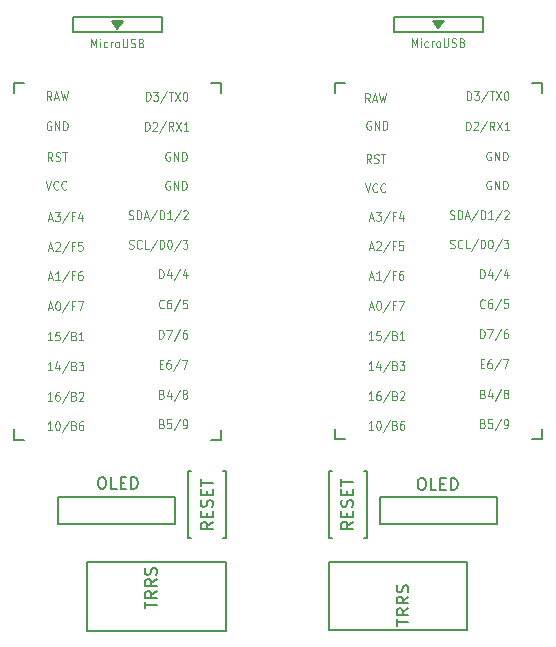
<source format=gbr>
%TF.GenerationSoftware,KiCad,Pcbnew,(5.1.12)-1*%
%TF.CreationDate,2022-11-19T09:45:38+01:00*%
%TF.ProjectId,corne-cherry,636f726e-652d-4636-9865-7272792e6b69,3.0.1*%
%TF.SameCoordinates,Original*%
%TF.FileFunction,Legend,Top*%
%TF.FilePolarity,Positive*%
%FSLAX46Y46*%
G04 Gerber Fmt 4.6, Leading zero omitted, Abs format (unit mm)*
G04 Created by KiCad (PCBNEW (5.1.12)-1) date 2022-11-19 09:45:38*
%MOMM*%
%LPD*%
G01*
G04 APERTURE LIST*
%ADD10C,0.150000*%
%ADD11C,0.125000*%
G04 APERTURE END LIST*
D10*
%TO.C,U1*%
X143562500Y-61020000D02*
X142702500Y-61020000D01*
X126062500Y-61020000D02*
X126912500Y-61020000D01*
X143562500Y-60170000D02*
X143562500Y-61020000D01*
X126062500Y-60120000D02*
X126062500Y-61020000D01*
X143562500Y-30820000D02*
X142762500Y-30820000D01*
X126062500Y-30820000D02*
X126912500Y-30820000D01*
X143562500Y-30820000D02*
X143562500Y-31670000D01*
X126062500Y-30820000D02*
X126062500Y-31670000D01*
X131062500Y-25220000D02*
X131062500Y-26520000D01*
X131062500Y-26520000D02*
X138562500Y-26520000D01*
X138562500Y-26520000D02*
X138562500Y-25220000D01*
X138562500Y-25220000D02*
X131062500Y-25220000D01*
X134312500Y-25570000D02*
X135312500Y-25570000D01*
X135312500Y-25570000D02*
X134812500Y-26220000D01*
X134812500Y-26220000D02*
X134312500Y-25570000D01*
X134462500Y-25720000D02*
X135162500Y-25720000D01*
X134562500Y-25870000D02*
X135062500Y-25870000D01*
X134662500Y-26020000D02*
X134962500Y-26020000D01*
%TO.C,U2*%
X170737500Y-60990000D02*
X169877500Y-60990000D01*
X153237500Y-60990000D02*
X154087500Y-60990000D01*
X170737500Y-60140000D02*
X170737500Y-60990000D01*
X153237500Y-60090000D02*
X153237500Y-60990000D01*
X170737500Y-30790000D02*
X169937500Y-30790000D01*
X153237500Y-30790000D02*
X154087500Y-30790000D01*
X170737500Y-30790000D02*
X170737500Y-31640000D01*
X153237500Y-30790000D02*
X153237500Y-31640000D01*
X158237500Y-25190000D02*
X158237500Y-26490000D01*
X158237500Y-26490000D02*
X165737500Y-26490000D01*
X165737500Y-26490000D02*
X165737500Y-25190000D01*
X165737500Y-25190000D02*
X158237500Y-25190000D01*
X161487500Y-25540000D02*
X162487500Y-25540000D01*
X162487500Y-25540000D02*
X161987500Y-26190000D01*
X161987500Y-26190000D02*
X161487500Y-25540000D01*
X161637500Y-25690000D02*
X162337500Y-25690000D01*
X161737500Y-25840000D02*
X162237500Y-25840000D01*
X161837500Y-25990000D02*
X162137500Y-25990000D01*
%TO.C,RSW2*%
X155904500Y-69372000D02*
X155654500Y-69372000D01*
X155904500Y-63672000D02*
X155904500Y-69372000D01*
X155904500Y-63672000D02*
X155654500Y-63672000D01*
X152704500Y-63672000D02*
X152954500Y-63672000D01*
X152704500Y-69372000D02*
X152954500Y-69372000D01*
X152704500Y-63672000D02*
X152704500Y-69372000D01*
%TO.C,RSW1*%
X144024500Y-69381000D02*
X143774500Y-69381000D01*
X144024500Y-63681000D02*
X144024500Y-69381000D01*
X144024500Y-63681000D02*
X143774500Y-63681000D01*
X140824500Y-63681000D02*
X141074500Y-63681000D01*
X140824500Y-69381000D02*
X141074500Y-69381000D01*
X140824500Y-63681000D02*
X140824500Y-69381000D01*
%TO.C,J4*%
X157027500Y-68170000D02*
X157027500Y-65870000D01*
X166927500Y-65870000D02*
X166927500Y-68170000D01*
X157027500Y-65870000D02*
X166927500Y-65870000D01*
X157027500Y-68170000D02*
X166927500Y-68170000D01*
%TO.C,J2*%
X129798500Y-68178000D02*
X129798500Y-65878000D01*
X139698500Y-65878000D02*
X139698500Y-68178000D01*
X129798500Y-65878000D02*
X139698500Y-65878000D01*
X129798500Y-68178000D02*
X139698500Y-68178000D01*
%TO.C,J3*%
X164437500Y-77170000D02*
X152687500Y-77170000D01*
X164437500Y-71370000D02*
X164437500Y-77170000D01*
X152687500Y-71370000D02*
X164437500Y-71370000D01*
X152687500Y-77170000D02*
X152687500Y-71370000D01*
%TO.C,J1*%
X132234500Y-71392000D02*
X143984500Y-71392000D01*
X132234500Y-77192000D02*
X132234500Y-71392000D01*
X143984500Y-77192000D02*
X132234500Y-77192000D01*
X143984500Y-71392000D02*
X143984500Y-77192000D01*
%TO.C,U1*%
D11*
X129214380Y-32281285D02*
X128991047Y-31924142D01*
X128831523Y-32281285D02*
X128831523Y-31531285D01*
X129086761Y-31531285D01*
X129150571Y-31567000D01*
X129182476Y-31602714D01*
X129214380Y-31674142D01*
X129214380Y-31781285D01*
X129182476Y-31852714D01*
X129150571Y-31888428D01*
X129086761Y-31924142D01*
X128831523Y-31924142D01*
X129469619Y-32067000D02*
X129788666Y-32067000D01*
X129405809Y-32281285D02*
X129629142Y-31531285D01*
X129852476Y-32281285D01*
X130012000Y-31531285D02*
X130171523Y-32281285D01*
X130299142Y-31745571D01*
X130426761Y-32281285D01*
X130586285Y-31531285D01*
X139257023Y-39145000D02*
X139193214Y-39109285D01*
X139097500Y-39109285D01*
X139001785Y-39145000D01*
X138937976Y-39216428D01*
X138906071Y-39287857D01*
X138874166Y-39430714D01*
X138874166Y-39537857D01*
X138906071Y-39680714D01*
X138937976Y-39752142D01*
X139001785Y-39823571D01*
X139097500Y-39859285D01*
X139161309Y-39859285D01*
X139257023Y-39823571D01*
X139288928Y-39787857D01*
X139288928Y-39537857D01*
X139161309Y-39537857D01*
X139576071Y-39859285D02*
X139576071Y-39109285D01*
X139958928Y-39859285D01*
X139958928Y-39109285D01*
X140277976Y-39859285D02*
X140277976Y-39109285D01*
X140437500Y-39109285D01*
X140533214Y-39145000D01*
X140597023Y-39216428D01*
X140628928Y-39287857D01*
X140660833Y-39430714D01*
X140660833Y-39537857D01*
X140628928Y-39680714D01*
X140597023Y-39752142D01*
X140533214Y-39823571D01*
X140437500Y-39859285D01*
X140277976Y-39859285D01*
X129310095Y-37424785D02*
X129086761Y-37067642D01*
X128927238Y-37424785D02*
X128927238Y-36674785D01*
X129182476Y-36674785D01*
X129246285Y-36710500D01*
X129278190Y-36746214D01*
X129310095Y-36817642D01*
X129310095Y-36924785D01*
X129278190Y-36996214D01*
X129246285Y-37031928D01*
X129182476Y-37067642D01*
X128927238Y-37067642D01*
X129565333Y-37389071D02*
X129661047Y-37424785D01*
X129820571Y-37424785D01*
X129884380Y-37389071D01*
X129916285Y-37353357D01*
X129948190Y-37281928D01*
X129948190Y-37210500D01*
X129916285Y-37139071D01*
X129884380Y-37103357D01*
X129820571Y-37067642D01*
X129692952Y-37031928D01*
X129629142Y-36996214D01*
X129597238Y-36960500D01*
X129565333Y-36889071D01*
X129565333Y-36817642D01*
X129597238Y-36746214D01*
X129629142Y-36710500D01*
X129692952Y-36674785D01*
X129852476Y-36674785D01*
X129948190Y-36710500D01*
X130139619Y-36674785D02*
X130522476Y-36674785D01*
X130331047Y-37424785D02*
X130331047Y-36674785D01*
X128744166Y-39094285D02*
X128967500Y-39844285D01*
X129190833Y-39094285D01*
X129797023Y-39772857D02*
X129765119Y-39808571D01*
X129669404Y-39844285D01*
X129605595Y-39844285D01*
X129509880Y-39808571D01*
X129446071Y-39737142D01*
X129414166Y-39665714D01*
X129382261Y-39522857D01*
X129382261Y-39415714D01*
X129414166Y-39272857D01*
X129446071Y-39201428D01*
X129509880Y-39130000D01*
X129605595Y-39094285D01*
X129669404Y-39094285D01*
X129765119Y-39130000D01*
X129797023Y-39165714D01*
X130467023Y-39772857D02*
X130435119Y-39808571D01*
X130339404Y-39844285D01*
X130275595Y-39844285D01*
X130179880Y-39808571D01*
X130116071Y-39737142D01*
X130084166Y-39665714D01*
X130052261Y-39522857D01*
X130052261Y-39415714D01*
X130084166Y-39272857D01*
X130116071Y-39201428D01*
X130179880Y-39130000D01*
X130275595Y-39094285D01*
X130339404Y-39094285D01*
X130435119Y-39130000D01*
X130467023Y-39165714D01*
X128981785Y-42295000D02*
X129300833Y-42295000D01*
X128917976Y-42509285D02*
X129141309Y-41759285D01*
X129364642Y-42509285D01*
X129524166Y-41759285D02*
X129938928Y-41759285D01*
X129715595Y-42045000D01*
X129811309Y-42045000D01*
X129875119Y-42080714D01*
X129907023Y-42116428D01*
X129938928Y-42187857D01*
X129938928Y-42366428D01*
X129907023Y-42437857D01*
X129875119Y-42473571D01*
X129811309Y-42509285D01*
X129619880Y-42509285D01*
X129556071Y-42473571D01*
X129524166Y-42437857D01*
X130704642Y-41723571D02*
X130130357Y-42687857D01*
X131151309Y-42116428D02*
X130927976Y-42116428D01*
X130927976Y-42509285D02*
X130927976Y-41759285D01*
X131247023Y-41759285D01*
X131789404Y-42009285D02*
X131789404Y-42509285D01*
X131629880Y-41723571D02*
X131470357Y-42259285D01*
X131885119Y-42259285D01*
X128981785Y-44795000D02*
X129300833Y-44795000D01*
X128917976Y-45009285D02*
X129141309Y-44259285D01*
X129364642Y-45009285D01*
X129556071Y-44330714D02*
X129587976Y-44295000D01*
X129651785Y-44259285D01*
X129811309Y-44259285D01*
X129875119Y-44295000D01*
X129907023Y-44330714D01*
X129938928Y-44402142D01*
X129938928Y-44473571D01*
X129907023Y-44580714D01*
X129524166Y-45009285D01*
X129938928Y-45009285D01*
X130704642Y-44223571D02*
X130130357Y-45187857D01*
X131151309Y-44616428D02*
X130927976Y-44616428D01*
X130927976Y-45009285D02*
X130927976Y-44259285D01*
X131247023Y-44259285D01*
X131821309Y-44259285D02*
X131502261Y-44259285D01*
X131470357Y-44616428D01*
X131502261Y-44580714D01*
X131566071Y-44545000D01*
X131725595Y-44545000D01*
X131789404Y-44580714D01*
X131821309Y-44616428D01*
X131853214Y-44687857D01*
X131853214Y-44866428D01*
X131821309Y-44937857D01*
X131789404Y-44973571D01*
X131725595Y-45009285D01*
X131566071Y-45009285D01*
X131502261Y-44973571D01*
X131470357Y-44937857D01*
X128981785Y-47295000D02*
X129300833Y-47295000D01*
X128917976Y-47509285D02*
X129141309Y-46759285D01*
X129364642Y-47509285D01*
X129938928Y-47509285D02*
X129556071Y-47509285D01*
X129747500Y-47509285D02*
X129747500Y-46759285D01*
X129683690Y-46866428D01*
X129619880Y-46937857D01*
X129556071Y-46973571D01*
X130704642Y-46723571D02*
X130130357Y-47687857D01*
X131151309Y-47116428D02*
X130927976Y-47116428D01*
X130927976Y-47509285D02*
X130927976Y-46759285D01*
X131247023Y-46759285D01*
X131789404Y-46759285D02*
X131661785Y-46759285D01*
X131597976Y-46795000D01*
X131566071Y-46830714D01*
X131502261Y-46937857D01*
X131470357Y-47080714D01*
X131470357Y-47366428D01*
X131502261Y-47437857D01*
X131534166Y-47473571D01*
X131597976Y-47509285D01*
X131725595Y-47509285D01*
X131789404Y-47473571D01*
X131821309Y-47437857D01*
X131853214Y-47366428D01*
X131853214Y-47187857D01*
X131821309Y-47116428D01*
X131789404Y-47080714D01*
X131725595Y-47045000D01*
X131597976Y-47045000D01*
X131534166Y-47080714D01*
X131502261Y-47116428D01*
X131470357Y-47187857D01*
X128981785Y-49845000D02*
X129300833Y-49845000D01*
X128917976Y-50059285D02*
X129141309Y-49309285D01*
X129364642Y-50059285D01*
X129715595Y-49309285D02*
X129779404Y-49309285D01*
X129843214Y-49345000D01*
X129875119Y-49380714D01*
X129907023Y-49452142D01*
X129938928Y-49595000D01*
X129938928Y-49773571D01*
X129907023Y-49916428D01*
X129875119Y-49987857D01*
X129843214Y-50023571D01*
X129779404Y-50059285D01*
X129715595Y-50059285D01*
X129651785Y-50023571D01*
X129619880Y-49987857D01*
X129587976Y-49916428D01*
X129556071Y-49773571D01*
X129556071Y-49595000D01*
X129587976Y-49452142D01*
X129619880Y-49380714D01*
X129651785Y-49345000D01*
X129715595Y-49309285D01*
X130704642Y-49273571D02*
X130130357Y-50237857D01*
X131151309Y-49666428D02*
X130927976Y-49666428D01*
X130927976Y-50059285D02*
X130927976Y-49309285D01*
X131247023Y-49309285D01*
X131438452Y-49309285D02*
X131885119Y-49309285D01*
X131597976Y-50059285D01*
X129284880Y-52609285D02*
X128902023Y-52609285D01*
X129093452Y-52609285D02*
X129093452Y-51859285D01*
X129029642Y-51966428D01*
X128965833Y-52037857D01*
X128902023Y-52073571D01*
X129891071Y-51859285D02*
X129572023Y-51859285D01*
X129540119Y-52216428D01*
X129572023Y-52180714D01*
X129635833Y-52145000D01*
X129795357Y-52145000D01*
X129859166Y-52180714D01*
X129891071Y-52216428D01*
X129922976Y-52287857D01*
X129922976Y-52466428D01*
X129891071Y-52537857D01*
X129859166Y-52573571D01*
X129795357Y-52609285D01*
X129635833Y-52609285D01*
X129572023Y-52573571D01*
X129540119Y-52537857D01*
X130688690Y-51823571D02*
X130114404Y-52787857D01*
X131135357Y-52216428D02*
X131231071Y-52252142D01*
X131262976Y-52287857D01*
X131294880Y-52359285D01*
X131294880Y-52466428D01*
X131262976Y-52537857D01*
X131231071Y-52573571D01*
X131167261Y-52609285D01*
X130912023Y-52609285D01*
X130912023Y-51859285D01*
X131135357Y-51859285D01*
X131199166Y-51895000D01*
X131231071Y-51930714D01*
X131262976Y-52002142D01*
X131262976Y-52073571D01*
X131231071Y-52145000D01*
X131199166Y-52180714D01*
X131135357Y-52216428D01*
X130912023Y-52216428D01*
X131932976Y-52609285D02*
X131550119Y-52609285D01*
X131741547Y-52609285D02*
X131741547Y-51859285D01*
X131677738Y-51966428D01*
X131613928Y-52037857D01*
X131550119Y-52073571D01*
X129284880Y-55159285D02*
X128902023Y-55159285D01*
X129093452Y-55159285D02*
X129093452Y-54409285D01*
X129029642Y-54516428D01*
X128965833Y-54587857D01*
X128902023Y-54623571D01*
X129859166Y-54659285D02*
X129859166Y-55159285D01*
X129699642Y-54373571D02*
X129540119Y-54909285D01*
X129954880Y-54909285D01*
X130688690Y-54373571D02*
X130114404Y-55337857D01*
X131135357Y-54766428D02*
X131231071Y-54802142D01*
X131262976Y-54837857D01*
X131294880Y-54909285D01*
X131294880Y-55016428D01*
X131262976Y-55087857D01*
X131231071Y-55123571D01*
X131167261Y-55159285D01*
X130912023Y-55159285D01*
X130912023Y-54409285D01*
X131135357Y-54409285D01*
X131199166Y-54445000D01*
X131231071Y-54480714D01*
X131262976Y-54552142D01*
X131262976Y-54623571D01*
X131231071Y-54695000D01*
X131199166Y-54730714D01*
X131135357Y-54766428D01*
X130912023Y-54766428D01*
X131518214Y-54409285D02*
X131932976Y-54409285D01*
X131709642Y-54695000D01*
X131805357Y-54695000D01*
X131869166Y-54730714D01*
X131901071Y-54766428D01*
X131932976Y-54837857D01*
X131932976Y-55016428D01*
X131901071Y-55087857D01*
X131869166Y-55123571D01*
X131805357Y-55159285D01*
X131613928Y-55159285D01*
X131550119Y-55123571D01*
X131518214Y-55087857D01*
X129284880Y-60209285D02*
X128902023Y-60209285D01*
X129093452Y-60209285D02*
X129093452Y-59459285D01*
X129029642Y-59566428D01*
X128965833Y-59637857D01*
X128902023Y-59673571D01*
X129699642Y-59459285D02*
X129763452Y-59459285D01*
X129827261Y-59495000D01*
X129859166Y-59530714D01*
X129891071Y-59602142D01*
X129922976Y-59745000D01*
X129922976Y-59923571D01*
X129891071Y-60066428D01*
X129859166Y-60137857D01*
X129827261Y-60173571D01*
X129763452Y-60209285D01*
X129699642Y-60209285D01*
X129635833Y-60173571D01*
X129603928Y-60137857D01*
X129572023Y-60066428D01*
X129540119Y-59923571D01*
X129540119Y-59745000D01*
X129572023Y-59602142D01*
X129603928Y-59530714D01*
X129635833Y-59495000D01*
X129699642Y-59459285D01*
X130688690Y-59423571D02*
X130114404Y-60387857D01*
X131135357Y-59816428D02*
X131231071Y-59852142D01*
X131262976Y-59887857D01*
X131294880Y-59959285D01*
X131294880Y-60066428D01*
X131262976Y-60137857D01*
X131231071Y-60173571D01*
X131167261Y-60209285D01*
X130912023Y-60209285D01*
X130912023Y-59459285D01*
X131135357Y-59459285D01*
X131199166Y-59495000D01*
X131231071Y-59530714D01*
X131262976Y-59602142D01*
X131262976Y-59673571D01*
X131231071Y-59745000D01*
X131199166Y-59780714D01*
X131135357Y-59816428D01*
X130912023Y-59816428D01*
X131869166Y-59459285D02*
X131741547Y-59459285D01*
X131677738Y-59495000D01*
X131645833Y-59530714D01*
X131582023Y-59637857D01*
X131550119Y-59780714D01*
X131550119Y-60066428D01*
X131582023Y-60137857D01*
X131613928Y-60173571D01*
X131677738Y-60209285D01*
X131805357Y-60209285D01*
X131869166Y-60173571D01*
X131901071Y-60137857D01*
X131932976Y-60066428D01*
X131932976Y-59887857D01*
X131901071Y-59816428D01*
X131869166Y-59780714D01*
X131805357Y-59745000D01*
X131677738Y-59745000D01*
X131613928Y-59780714D01*
X131582023Y-59816428D01*
X131550119Y-59887857D01*
X129284880Y-57709285D02*
X128902023Y-57709285D01*
X129093452Y-57709285D02*
X129093452Y-56959285D01*
X129029642Y-57066428D01*
X128965833Y-57137857D01*
X128902023Y-57173571D01*
X129859166Y-56959285D02*
X129731547Y-56959285D01*
X129667738Y-56995000D01*
X129635833Y-57030714D01*
X129572023Y-57137857D01*
X129540119Y-57280714D01*
X129540119Y-57566428D01*
X129572023Y-57637857D01*
X129603928Y-57673571D01*
X129667738Y-57709285D01*
X129795357Y-57709285D01*
X129859166Y-57673571D01*
X129891071Y-57637857D01*
X129922976Y-57566428D01*
X129922976Y-57387857D01*
X129891071Y-57316428D01*
X129859166Y-57280714D01*
X129795357Y-57245000D01*
X129667738Y-57245000D01*
X129603928Y-57280714D01*
X129572023Y-57316428D01*
X129540119Y-57387857D01*
X130688690Y-56923571D02*
X130114404Y-57887857D01*
X131135357Y-57316428D02*
X131231071Y-57352142D01*
X131262976Y-57387857D01*
X131294880Y-57459285D01*
X131294880Y-57566428D01*
X131262976Y-57637857D01*
X131231071Y-57673571D01*
X131167261Y-57709285D01*
X130912023Y-57709285D01*
X130912023Y-56959285D01*
X131135357Y-56959285D01*
X131199166Y-56995000D01*
X131231071Y-57030714D01*
X131262976Y-57102142D01*
X131262976Y-57173571D01*
X131231071Y-57245000D01*
X131199166Y-57280714D01*
X131135357Y-57316428D01*
X130912023Y-57316428D01*
X131550119Y-57030714D02*
X131582023Y-56995000D01*
X131645833Y-56959285D01*
X131805357Y-56959285D01*
X131869166Y-56995000D01*
X131901071Y-57030714D01*
X131932976Y-57102142D01*
X131932976Y-57173571D01*
X131901071Y-57280714D01*
X131518214Y-57709285D01*
X131932976Y-57709285D01*
X138384880Y-54616428D02*
X138608214Y-54616428D01*
X138703928Y-55009285D02*
X138384880Y-55009285D01*
X138384880Y-54259285D01*
X138703928Y-54259285D01*
X139278214Y-54259285D02*
X139150595Y-54259285D01*
X139086785Y-54295000D01*
X139054880Y-54330714D01*
X138991071Y-54437857D01*
X138959166Y-54580714D01*
X138959166Y-54866428D01*
X138991071Y-54937857D01*
X139022976Y-54973571D01*
X139086785Y-55009285D01*
X139214404Y-55009285D01*
X139278214Y-54973571D01*
X139310119Y-54937857D01*
X139342023Y-54866428D01*
X139342023Y-54687857D01*
X139310119Y-54616428D01*
X139278214Y-54580714D01*
X139214404Y-54545000D01*
X139086785Y-54545000D01*
X139022976Y-54580714D01*
X138991071Y-54616428D01*
X138959166Y-54687857D01*
X140107738Y-54223571D02*
X139533452Y-55187857D01*
X140267261Y-54259285D02*
X140713928Y-54259285D01*
X140426785Y-55009285D01*
X138352976Y-52459285D02*
X138352976Y-51709285D01*
X138512500Y-51709285D01*
X138608214Y-51745000D01*
X138672023Y-51816428D01*
X138703928Y-51887857D01*
X138735833Y-52030714D01*
X138735833Y-52137857D01*
X138703928Y-52280714D01*
X138672023Y-52352142D01*
X138608214Y-52423571D01*
X138512500Y-52459285D01*
X138352976Y-52459285D01*
X138959166Y-51709285D02*
X139405833Y-51709285D01*
X139118690Y-52459285D01*
X140139642Y-51673571D02*
X139565357Y-52637857D01*
X140650119Y-51709285D02*
X140522500Y-51709285D01*
X140458690Y-51745000D01*
X140426785Y-51780714D01*
X140362976Y-51887857D01*
X140331071Y-52030714D01*
X140331071Y-52316428D01*
X140362976Y-52387857D01*
X140394880Y-52423571D01*
X140458690Y-52459285D01*
X140586309Y-52459285D01*
X140650119Y-52423571D01*
X140682023Y-52387857D01*
X140713928Y-52316428D01*
X140713928Y-52137857D01*
X140682023Y-52066428D01*
X140650119Y-52030714D01*
X140586309Y-51995000D01*
X140458690Y-51995000D01*
X140394880Y-52030714D01*
X140362976Y-52066428D01*
X140331071Y-52137857D01*
X139257023Y-36695000D02*
X139193214Y-36659285D01*
X139097500Y-36659285D01*
X139001785Y-36695000D01*
X138937976Y-36766428D01*
X138906071Y-36837857D01*
X138874166Y-36980714D01*
X138874166Y-37087857D01*
X138906071Y-37230714D01*
X138937976Y-37302142D01*
X139001785Y-37373571D01*
X139097500Y-37409285D01*
X139161309Y-37409285D01*
X139257023Y-37373571D01*
X139288928Y-37337857D01*
X139288928Y-37087857D01*
X139161309Y-37087857D01*
X139576071Y-37409285D02*
X139576071Y-36659285D01*
X139958928Y-37409285D01*
X139958928Y-36659285D01*
X140277976Y-37409285D02*
X140277976Y-36659285D01*
X140437500Y-36659285D01*
X140533214Y-36695000D01*
X140597023Y-36766428D01*
X140628928Y-36837857D01*
X140660833Y-36980714D01*
X140660833Y-37087857D01*
X140628928Y-37230714D01*
X140597023Y-37302142D01*
X140533214Y-37373571D01*
X140437500Y-37409285D01*
X140277976Y-37409285D01*
X139257023Y-39145000D02*
X139193214Y-39109285D01*
X139097500Y-39109285D01*
X139001785Y-39145000D01*
X138937976Y-39216428D01*
X138906071Y-39287857D01*
X138874166Y-39430714D01*
X138874166Y-39537857D01*
X138906071Y-39680714D01*
X138937976Y-39752142D01*
X139001785Y-39823571D01*
X139097500Y-39859285D01*
X139161309Y-39859285D01*
X139257023Y-39823571D01*
X139288928Y-39787857D01*
X139288928Y-39537857D01*
X139161309Y-39537857D01*
X139576071Y-39859285D02*
X139576071Y-39109285D01*
X139958928Y-39859285D01*
X139958928Y-39109285D01*
X140277976Y-39859285D02*
X140277976Y-39109285D01*
X140437500Y-39109285D01*
X140533214Y-39145000D01*
X140597023Y-39216428D01*
X140628928Y-39287857D01*
X140660833Y-39430714D01*
X140660833Y-39537857D01*
X140628928Y-39680714D01*
X140597023Y-39752142D01*
X140533214Y-39823571D01*
X140437500Y-39859285D01*
X140277976Y-39859285D01*
X137228690Y-32309285D02*
X137228690Y-31559285D01*
X137388214Y-31559285D01*
X137483928Y-31595000D01*
X137547738Y-31666428D01*
X137579642Y-31737857D01*
X137611547Y-31880714D01*
X137611547Y-31987857D01*
X137579642Y-32130714D01*
X137547738Y-32202142D01*
X137483928Y-32273571D01*
X137388214Y-32309285D01*
X137228690Y-32309285D01*
X137834880Y-31559285D02*
X138249642Y-31559285D01*
X138026309Y-31845000D01*
X138122023Y-31845000D01*
X138185833Y-31880714D01*
X138217738Y-31916428D01*
X138249642Y-31987857D01*
X138249642Y-32166428D01*
X138217738Y-32237857D01*
X138185833Y-32273571D01*
X138122023Y-32309285D01*
X137930595Y-32309285D01*
X137866785Y-32273571D01*
X137834880Y-32237857D01*
X139015357Y-31523571D02*
X138441071Y-32487857D01*
X139142976Y-31559285D02*
X139525833Y-31559285D01*
X139334404Y-32309285D02*
X139334404Y-31559285D01*
X139685357Y-31559285D02*
X140132023Y-32309285D01*
X140132023Y-31559285D02*
X139685357Y-32309285D01*
X140514880Y-31559285D02*
X140578690Y-31559285D01*
X140642500Y-31595000D01*
X140674404Y-31630714D01*
X140706309Y-31702142D01*
X140738214Y-31845000D01*
X140738214Y-32023571D01*
X140706309Y-32166428D01*
X140674404Y-32237857D01*
X140642500Y-32273571D01*
X140578690Y-32309285D01*
X140514880Y-32309285D01*
X140451071Y-32273571D01*
X140419166Y-32237857D01*
X140387261Y-32166428D01*
X140355357Y-32023571D01*
X140355357Y-31845000D01*
X140387261Y-31702142D01*
X140419166Y-31630714D01*
X140451071Y-31595000D01*
X140514880Y-31559285D01*
X138352976Y-47359285D02*
X138352976Y-46609285D01*
X138512500Y-46609285D01*
X138608214Y-46645000D01*
X138672023Y-46716428D01*
X138703928Y-46787857D01*
X138735833Y-46930714D01*
X138735833Y-47037857D01*
X138703928Y-47180714D01*
X138672023Y-47252142D01*
X138608214Y-47323571D01*
X138512500Y-47359285D01*
X138352976Y-47359285D01*
X139310119Y-46859285D02*
X139310119Y-47359285D01*
X139150595Y-46573571D02*
X138991071Y-47109285D01*
X139405833Y-47109285D01*
X140139642Y-46573571D02*
X139565357Y-47537857D01*
X140650119Y-46859285D02*
X140650119Y-47359285D01*
X140490595Y-46573571D02*
X140331071Y-47109285D01*
X140745833Y-47109285D01*
X135778928Y-42323571D02*
X135874642Y-42359285D01*
X136034166Y-42359285D01*
X136097976Y-42323571D01*
X136129880Y-42287857D01*
X136161785Y-42216428D01*
X136161785Y-42145000D01*
X136129880Y-42073571D01*
X136097976Y-42037857D01*
X136034166Y-42002142D01*
X135906547Y-41966428D01*
X135842738Y-41930714D01*
X135810833Y-41895000D01*
X135778928Y-41823571D01*
X135778928Y-41752142D01*
X135810833Y-41680714D01*
X135842738Y-41645000D01*
X135906547Y-41609285D01*
X136066071Y-41609285D01*
X136161785Y-41645000D01*
X136448928Y-42359285D02*
X136448928Y-41609285D01*
X136608452Y-41609285D01*
X136704166Y-41645000D01*
X136767976Y-41716428D01*
X136799880Y-41787857D01*
X136831785Y-41930714D01*
X136831785Y-42037857D01*
X136799880Y-42180714D01*
X136767976Y-42252142D01*
X136704166Y-42323571D01*
X136608452Y-42359285D01*
X136448928Y-42359285D01*
X137087023Y-42145000D02*
X137406071Y-42145000D01*
X137023214Y-42359285D02*
X137246547Y-41609285D01*
X137469880Y-42359285D01*
X138171785Y-41573571D02*
X137597500Y-42537857D01*
X138395119Y-42359285D02*
X138395119Y-41609285D01*
X138554642Y-41609285D01*
X138650357Y-41645000D01*
X138714166Y-41716428D01*
X138746071Y-41787857D01*
X138777976Y-41930714D01*
X138777976Y-42037857D01*
X138746071Y-42180714D01*
X138714166Y-42252142D01*
X138650357Y-42323571D01*
X138554642Y-42359285D01*
X138395119Y-42359285D01*
X139416071Y-42359285D02*
X139033214Y-42359285D01*
X139224642Y-42359285D02*
X139224642Y-41609285D01*
X139160833Y-41716428D01*
X139097023Y-41787857D01*
X139033214Y-41823571D01*
X140181785Y-41573571D02*
X139607500Y-42537857D01*
X140373214Y-41680714D02*
X140405119Y-41645000D01*
X140468928Y-41609285D01*
X140628452Y-41609285D01*
X140692261Y-41645000D01*
X140724166Y-41680714D01*
X140756071Y-41752142D01*
X140756071Y-41823571D01*
X140724166Y-41930714D01*
X140341309Y-42359285D01*
X140756071Y-42359285D01*
X135794880Y-44823571D02*
X135890595Y-44859285D01*
X136050119Y-44859285D01*
X136113928Y-44823571D01*
X136145833Y-44787857D01*
X136177738Y-44716428D01*
X136177738Y-44645000D01*
X136145833Y-44573571D01*
X136113928Y-44537857D01*
X136050119Y-44502142D01*
X135922500Y-44466428D01*
X135858690Y-44430714D01*
X135826785Y-44395000D01*
X135794880Y-44323571D01*
X135794880Y-44252142D01*
X135826785Y-44180714D01*
X135858690Y-44145000D01*
X135922500Y-44109285D01*
X136082023Y-44109285D01*
X136177738Y-44145000D01*
X136847738Y-44787857D02*
X136815833Y-44823571D01*
X136720119Y-44859285D01*
X136656309Y-44859285D01*
X136560595Y-44823571D01*
X136496785Y-44752142D01*
X136464880Y-44680714D01*
X136432976Y-44537857D01*
X136432976Y-44430714D01*
X136464880Y-44287857D01*
X136496785Y-44216428D01*
X136560595Y-44145000D01*
X136656309Y-44109285D01*
X136720119Y-44109285D01*
X136815833Y-44145000D01*
X136847738Y-44180714D01*
X137453928Y-44859285D02*
X137134880Y-44859285D01*
X137134880Y-44109285D01*
X138155833Y-44073571D02*
X137581547Y-45037857D01*
X138379166Y-44859285D02*
X138379166Y-44109285D01*
X138538690Y-44109285D01*
X138634404Y-44145000D01*
X138698214Y-44216428D01*
X138730119Y-44287857D01*
X138762023Y-44430714D01*
X138762023Y-44537857D01*
X138730119Y-44680714D01*
X138698214Y-44752142D01*
X138634404Y-44823571D01*
X138538690Y-44859285D01*
X138379166Y-44859285D01*
X139176785Y-44109285D02*
X139240595Y-44109285D01*
X139304404Y-44145000D01*
X139336309Y-44180714D01*
X139368214Y-44252142D01*
X139400119Y-44395000D01*
X139400119Y-44573571D01*
X139368214Y-44716428D01*
X139336309Y-44787857D01*
X139304404Y-44823571D01*
X139240595Y-44859285D01*
X139176785Y-44859285D01*
X139112976Y-44823571D01*
X139081071Y-44787857D01*
X139049166Y-44716428D01*
X139017261Y-44573571D01*
X139017261Y-44395000D01*
X139049166Y-44252142D01*
X139081071Y-44180714D01*
X139112976Y-44145000D01*
X139176785Y-44109285D01*
X140165833Y-44073571D02*
X139591547Y-45037857D01*
X140325357Y-44109285D02*
X140740119Y-44109285D01*
X140516785Y-44395000D01*
X140612500Y-44395000D01*
X140676309Y-44430714D01*
X140708214Y-44466428D01*
X140740119Y-44537857D01*
X140740119Y-44716428D01*
X140708214Y-44787857D01*
X140676309Y-44823571D01*
X140612500Y-44859285D01*
X140421071Y-44859285D01*
X140357261Y-44823571D01*
X140325357Y-44787857D01*
X138735833Y-49837857D02*
X138703928Y-49873571D01*
X138608214Y-49909285D01*
X138544404Y-49909285D01*
X138448690Y-49873571D01*
X138384880Y-49802142D01*
X138352976Y-49730714D01*
X138321071Y-49587857D01*
X138321071Y-49480714D01*
X138352976Y-49337857D01*
X138384880Y-49266428D01*
X138448690Y-49195000D01*
X138544404Y-49159285D01*
X138608214Y-49159285D01*
X138703928Y-49195000D01*
X138735833Y-49230714D01*
X139310119Y-49159285D02*
X139182500Y-49159285D01*
X139118690Y-49195000D01*
X139086785Y-49230714D01*
X139022976Y-49337857D01*
X138991071Y-49480714D01*
X138991071Y-49766428D01*
X139022976Y-49837857D01*
X139054880Y-49873571D01*
X139118690Y-49909285D01*
X139246309Y-49909285D01*
X139310119Y-49873571D01*
X139342023Y-49837857D01*
X139373928Y-49766428D01*
X139373928Y-49587857D01*
X139342023Y-49516428D01*
X139310119Y-49480714D01*
X139246309Y-49445000D01*
X139118690Y-49445000D01*
X139054880Y-49480714D01*
X139022976Y-49516428D01*
X138991071Y-49587857D01*
X140139642Y-49123571D02*
X139565357Y-50087857D01*
X140682023Y-49159285D02*
X140362976Y-49159285D01*
X140331071Y-49516428D01*
X140362976Y-49480714D01*
X140426785Y-49445000D01*
X140586309Y-49445000D01*
X140650119Y-49480714D01*
X140682023Y-49516428D01*
X140713928Y-49587857D01*
X140713928Y-49766428D01*
X140682023Y-49837857D01*
X140650119Y-49873571D01*
X140586309Y-49909285D01*
X140426785Y-49909285D01*
X140362976Y-49873571D01*
X140331071Y-49837857D01*
X138576309Y-59666428D02*
X138672023Y-59702142D01*
X138703928Y-59737857D01*
X138735833Y-59809285D01*
X138735833Y-59916428D01*
X138703928Y-59987857D01*
X138672023Y-60023571D01*
X138608214Y-60059285D01*
X138352976Y-60059285D01*
X138352976Y-59309285D01*
X138576309Y-59309285D01*
X138640119Y-59345000D01*
X138672023Y-59380714D01*
X138703928Y-59452142D01*
X138703928Y-59523571D01*
X138672023Y-59595000D01*
X138640119Y-59630714D01*
X138576309Y-59666428D01*
X138352976Y-59666428D01*
X139342023Y-59309285D02*
X139022976Y-59309285D01*
X138991071Y-59666428D01*
X139022976Y-59630714D01*
X139086785Y-59595000D01*
X139246309Y-59595000D01*
X139310119Y-59630714D01*
X139342023Y-59666428D01*
X139373928Y-59737857D01*
X139373928Y-59916428D01*
X139342023Y-59987857D01*
X139310119Y-60023571D01*
X139246309Y-60059285D01*
X139086785Y-60059285D01*
X139022976Y-60023571D01*
X138991071Y-59987857D01*
X140139642Y-59273571D02*
X139565357Y-60237857D01*
X140394880Y-60059285D02*
X140522500Y-60059285D01*
X140586309Y-60023571D01*
X140618214Y-59987857D01*
X140682023Y-59880714D01*
X140713928Y-59737857D01*
X140713928Y-59452142D01*
X140682023Y-59380714D01*
X140650119Y-59345000D01*
X140586309Y-59309285D01*
X140458690Y-59309285D01*
X140394880Y-59345000D01*
X140362976Y-59380714D01*
X140331071Y-59452142D01*
X140331071Y-59630714D01*
X140362976Y-59702142D01*
X140394880Y-59737857D01*
X140458690Y-59773571D01*
X140586309Y-59773571D01*
X140650119Y-59737857D01*
X140682023Y-59702142D01*
X140713928Y-59630714D01*
X137148928Y-34859285D02*
X137148928Y-34109285D01*
X137308452Y-34109285D01*
X137404166Y-34145000D01*
X137467976Y-34216428D01*
X137499880Y-34287857D01*
X137531785Y-34430714D01*
X137531785Y-34537857D01*
X137499880Y-34680714D01*
X137467976Y-34752142D01*
X137404166Y-34823571D01*
X137308452Y-34859285D01*
X137148928Y-34859285D01*
X137787023Y-34180714D02*
X137818928Y-34145000D01*
X137882738Y-34109285D01*
X138042261Y-34109285D01*
X138106071Y-34145000D01*
X138137976Y-34180714D01*
X138169880Y-34252142D01*
X138169880Y-34323571D01*
X138137976Y-34430714D01*
X137755119Y-34859285D01*
X138169880Y-34859285D01*
X138935595Y-34073571D02*
X138361309Y-35037857D01*
X139541785Y-34859285D02*
X139318452Y-34502142D01*
X139158928Y-34859285D02*
X139158928Y-34109285D01*
X139414166Y-34109285D01*
X139477976Y-34145000D01*
X139509880Y-34180714D01*
X139541785Y-34252142D01*
X139541785Y-34359285D01*
X139509880Y-34430714D01*
X139477976Y-34466428D01*
X139414166Y-34502142D01*
X139158928Y-34502142D01*
X139765119Y-34109285D02*
X140211785Y-34859285D01*
X140211785Y-34109285D02*
X139765119Y-34859285D01*
X140817976Y-34859285D02*
X140435119Y-34859285D01*
X140626547Y-34859285D02*
X140626547Y-34109285D01*
X140562738Y-34216428D01*
X140498928Y-34287857D01*
X140435119Y-34323571D01*
X138576309Y-57166428D02*
X138672023Y-57202142D01*
X138703928Y-57237857D01*
X138735833Y-57309285D01*
X138735833Y-57416428D01*
X138703928Y-57487857D01*
X138672023Y-57523571D01*
X138608214Y-57559285D01*
X138352976Y-57559285D01*
X138352976Y-56809285D01*
X138576309Y-56809285D01*
X138640119Y-56845000D01*
X138672023Y-56880714D01*
X138703928Y-56952142D01*
X138703928Y-57023571D01*
X138672023Y-57095000D01*
X138640119Y-57130714D01*
X138576309Y-57166428D01*
X138352976Y-57166428D01*
X139310119Y-57059285D02*
X139310119Y-57559285D01*
X139150595Y-56773571D02*
X138991071Y-57309285D01*
X139405833Y-57309285D01*
X140139642Y-56773571D02*
X139565357Y-57737857D01*
X140458690Y-57130714D02*
X140394880Y-57095000D01*
X140362976Y-57059285D01*
X140331071Y-56987857D01*
X140331071Y-56952142D01*
X140362976Y-56880714D01*
X140394880Y-56845000D01*
X140458690Y-56809285D01*
X140586309Y-56809285D01*
X140650119Y-56845000D01*
X140682023Y-56880714D01*
X140713928Y-56952142D01*
X140713928Y-56987857D01*
X140682023Y-57059285D01*
X140650119Y-57095000D01*
X140586309Y-57130714D01*
X140458690Y-57130714D01*
X140394880Y-57166428D01*
X140362976Y-57202142D01*
X140331071Y-57273571D01*
X140331071Y-57416428D01*
X140362976Y-57487857D01*
X140394880Y-57523571D01*
X140458690Y-57559285D01*
X140586309Y-57559285D01*
X140650119Y-57523571D01*
X140682023Y-57487857D01*
X140713928Y-57416428D01*
X140713928Y-57273571D01*
X140682023Y-57202142D01*
X140650119Y-57166428D01*
X140586309Y-57130714D01*
X132577023Y-27809285D02*
X132577023Y-27059285D01*
X132800357Y-27595000D01*
X133023690Y-27059285D01*
X133023690Y-27809285D01*
X133342738Y-27809285D02*
X133342738Y-27309285D01*
X133342738Y-27059285D02*
X133310833Y-27095000D01*
X133342738Y-27130714D01*
X133374642Y-27095000D01*
X133342738Y-27059285D01*
X133342738Y-27130714D01*
X133948928Y-27773571D02*
X133885119Y-27809285D01*
X133757500Y-27809285D01*
X133693690Y-27773571D01*
X133661785Y-27737857D01*
X133629880Y-27666428D01*
X133629880Y-27452142D01*
X133661785Y-27380714D01*
X133693690Y-27345000D01*
X133757500Y-27309285D01*
X133885119Y-27309285D01*
X133948928Y-27345000D01*
X134236071Y-27809285D02*
X134236071Y-27309285D01*
X134236071Y-27452142D02*
X134267976Y-27380714D01*
X134299880Y-27345000D01*
X134363690Y-27309285D01*
X134427500Y-27309285D01*
X134746547Y-27809285D02*
X134682738Y-27773571D01*
X134650833Y-27737857D01*
X134618928Y-27666428D01*
X134618928Y-27452142D01*
X134650833Y-27380714D01*
X134682738Y-27345000D01*
X134746547Y-27309285D01*
X134842261Y-27309285D01*
X134906071Y-27345000D01*
X134937976Y-27380714D01*
X134969880Y-27452142D01*
X134969880Y-27666428D01*
X134937976Y-27737857D01*
X134906071Y-27773571D01*
X134842261Y-27809285D01*
X134746547Y-27809285D01*
X135257023Y-27059285D02*
X135257023Y-27666428D01*
X135288928Y-27737857D01*
X135320833Y-27773571D01*
X135384642Y-27809285D01*
X135512261Y-27809285D01*
X135576071Y-27773571D01*
X135607976Y-27737857D01*
X135639880Y-27666428D01*
X135639880Y-27059285D01*
X135927023Y-27773571D02*
X136022738Y-27809285D01*
X136182261Y-27809285D01*
X136246071Y-27773571D01*
X136277976Y-27737857D01*
X136309880Y-27666428D01*
X136309880Y-27595000D01*
X136277976Y-27523571D01*
X136246071Y-27487857D01*
X136182261Y-27452142D01*
X136054642Y-27416428D01*
X135990833Y-27380714D01*
X135958928Y-27345000D01*
X135927023Y-27273571D01*
X135927023Y-27202142D01*
X135958928Y-27130714D01*
X135990833Y-27095000D01*
X136054642Y-27059285D01*
X136214166Y-27059285D01*
X136309880Y-27095000D01*
X136820357Y-27416428D02*
X136916071Y-27452142D01*
X136947976Y-27487857D01*
X136979880Y-27559285D01*
X136979880Y-27666428D01*
X136947976Y-27737857D01*
X136916071Y-27773571D01*
X136852261Y-27809285D01*
X136597023Y-27809285D01*
X136597023Y-27059285D01*
X136820357Y-27059285D01*
X136884166Y-27095000D01*
X136916071Y-27130714D01*
X136947976Y-27202142D01*
X136947976Y-27273571D01*
X136916071Y-27345000D01*
X136884166Y-27380714D01*
X136820357Y-27416428D01*
X136597023Y-27416428D01*
X132577023Y-27809285D02*
X132577023Y-27059285D01*
X132800357Y-27595000D01*
X133023690Y-27059285D01*
X133023690Y-27809285D01*
X133342738Y-27809285D02*
X133342738Y-27309285D01*
X133342738Y-27059285D02*
X133310833Y-27095000D01*
X133342738Y-27130714D01*
X133374642Y-27095000D01*
X133342738Y-27059285D01*
X133342738Y-27130714D01*
X133948928Y-27773571D02*
X133885119Y-27809285D01*
X133757500Y-27809285D01*
X133693690Y-27773571D01*
X133661785Y-27737857D01*
X133629880Y-27666428D01*
X133629880Y-27452142D01*
X133661785Y-27380714D01*
X133693690Y-27345000D01*
X133757500Y-27309285D01*
X133885119Y-27309285D01*
X133948928Y-27345000D01*
X134236071Y-27809285D02*
X134236071Y-27309285D01*
X134236071Y-27452142D02*
X134267976Y-27380714D01*
X134299880Y-27345000D01*
X134363690Y-27309285D01*
X134427500Y-27309285D01*
X134746547Y-27809285D02*
X134682738Y-27773571D01*
X134650833Y-27737857D01*
X134618928Y-27666428D01*
X134618928Y-27452142D01*
X134650833Y-27380714D01*
X134682738Y-27345000D01*
X134746547Y-27309285D01*
X134842261Y-27309285D01*
X134906071Y-27345000D01*
X134937976Y-27380714D01*
X134969880Y-27452142D01*
X134969880Y-27666428D01*
X134937976Y-27737857D01*
X134906071Y-27773571D01*
X134842261Y-27809285D01*
X134746547Y-27809285D01*
X135257023Y-27059285D02*
X135257023Y-27666428D01*
X135288928Y-27737857D01*
X135320833Y-27773571D01*
X135384642Y-27809285D01*
X135512261Y-27809285D01*
X135576071Y-27773571D01*
X135607976Y-27737857D01*
X135639880Y-27666428D01*
X135639880Y-27059285D01*
X135927023Y-27773571D02*
X136022738Y-27809285D01*
X136182261Y-27809285D01*
X136246071Y-27773571D01*
X136277976Y-27737857D01*
X136309880Y-27666428D01*
X136309880Y-27595000D01*
X136277976Y-27523571D01*
X136246071Y-27487857D01*
X136182261Y-27452142D01*
X136054642Y-27416428D01*
X135990833Y-27380714D01*
X135958928Y-27345000D01*
X135927023Y-27273571D01*
X135927023Y-27202142D01*
X135958928Y-27130714D01*
X135990833Y-27095000D01*
X136054642Y-27059285D01*
X136214166Y-27059285D01*
X136309880Y-27095000D01*
X136820357Y-27416428D02*
X136916071Y-27452142D01*
X136947976Y-27487857D01*
X136979880Y-27559285D01*
X136979880Y-27666428D01*
X136947976Y-27737857D01*
X136916071Y-27773571D01*
X136852261Y-27809285D01*
X136597023Y-27809285D01*
X136597023Y-27059285D01*
X136820357Y-27059285D01*
X136884166Y-27095000D01*
X136916071Y-27130714D01*
X136947976Y-27202142D01*
X136947976Y-27273571D01*
X136916071Y-27345000D01*
X136884166Y-27380714D01*
X136820357Y-27416428D01*
X136597023Y-27416428D01*
X129187023Y-34105000D02*
X129123214Y-34069285D01*
X129027500Y-34069285D01*
X128931785Y-34105000D01*
X128867976Y-34176428D01*
X128836071Y-34247857D01*
X128804166Y-34390714D01*
X128804166Y-34497857D01*
X128836071Y-34640714D01*
X128867976Y-34712142D01*
X128931785Y-34783571D01*
X129027500Y-34819285D01*
X129091309Y-34819285D01*
X129187023Y-34783571D01*
X129218928Y-34747857D01*
X129218928Y-34497857D01*
X129091309Y-34497857D01*
X129506071Y-34819285D02*
X129506071Y-34069285D01*
X129888928Y-34819285D01*
X129888928Y-34069285D01*
X130207976Y-34819285D02*
X130207976Y-34069285D01*
X130367500Y-34069285D01*
X130463214Y-34105000D01*
X130527023Y-34176428D01*
X130558928Y-34247857D01*
X130590833Y-34390714D01*
X130590833Y-34497857D01*
X130558928Y-34640714D01*
X130527023Y-34712142D01*
X130463214Y-34783571D01*
X130367500Y-34819285D01*
X130207976Y-34819285D01*
%TO.C,U2*%
X156189380Y-32451285D02*
X155966047Y-32094142D01*
X155806523Y-32451285D02*
X155806523Y-31701285D01*
X156061761Y-31701285D01*
X156125571Y-31737000D01*
X156157476Y-31772714D01*
X156189380Y-31844142D01*
X156189380Y-31951285D01*
X156157476Y-32022714D01*
X156125571Y-32058428D01*
X156061761Y-32094142D01*
X155806523Y-32094142D01*
X156444619Y-32237000D02*
X156763666Y-32237000D01*
X156380809Y-32451285D02*
X156604142Y-31701285D01*
X156827476Y-32451285D01*
X156987000Y-31701285D02*
X157146523Y-32451285D01*
X157274142Y-31915571D01*
X157401761Y-32451285D01*
X157561285Y-31701285D01*
X166432023Y-39115000D02*
X166368214Y-39079285D01*
X166272500Y-39079285D01*
X166176785Y-39115000D01*
X166112976Y-39186428D01*
X166081071Y-39257857D01*
X166049166Y-39400714D01*
X166049166Y-39507857D01*
X166081071Y-39650714D01*
X166112976Y-39722142D01*
X166176785Y-39793571D01*
X166272500Y-39829285D01*
X166336309Y-39829285D01*
X166432023Y-39793571D01*
X166463928Y-39757857D01*
X166463928Y-39507857D01*
X166336309Y-39507857D01*
X166751071Y-39829285D02*
X166751071Y-39079285D01*
X167133928Y-39829285D01*
X167133928Y-39079285D01*
X167452976Y-39829285D02*
X167452976Y-39079285D01*
X167612500Y-39079285D01*
X167708214Y-39115000D01*
X167772023Y-39186428D01*
X167803928Y-39257857D01*
X167835833Y-39400714D01*
X167835833Y-39507857D01*
X167803928Y-39650714D01*
X167772023Y-39722142D01*
X167708214Y-39793571D01*
X167612500Y-39829285D01*
X167452976Y-39829285D01*
X156285095Y-37594785D02*
X156061761Y-37237642D01*
X155902238Y-37594785D02*
X155902238Y-36844785D01*
X156157476Y-36844785D01*
X156221285Y-36880500D01*
X156253190Y-36916214D01*
X156285095Y-36987642D01*
X156285095Y-37094785D01*
X156253190Y-37166214D01*
X156221285Y-37201928D01*
X156157476Y-37237642D01*
X155902238Y-37237642D01*
X156540333Y-37559071D02*
X156636047Y-37594785D01*
X156795571Y-37594785D01*
X156859380Y-37559071D01*
X156891285Y-37523357D01*
X156923190Y-37451928D01*
X156923190Y-37380500D01*
X156891285Y-37309071D01*
X156859380Y-37273357D01*
X156795571Y-37237642D01*
X156667952Y-37201928D01*
X156604142Y-37166214D01*
X156572238Y-37130500D01*
X156540333Y-37059071D01*
X156540333Y-36987642D01*
X156572238Y-36916214D01*
X156604142Y-36880500D01*
X156667952Y-36844785D01*
X156827476Y-36844785D01*
X156923190Y-36880500D01*
X157114619Y-36844785D02*
X157497476Y-36844785D01*
X157306047Y-37594785D02*
X157306047Y-36844785D01*
X155758666Y-39321285D02*
X155982000Y-40071285D01*
X156205333Y-39321285D01*
X156811523Y-39999857D02*
X156779619Y-40035571D01*
X156683904Y-40071285D01*
X156620095Y-40071285D01*
X156524380Y-40035571D01*
X156460571Y-39964142D01*
X156428666Y-39892714D01*
X156396761Y-39749857D01*
X156396761Y-39642714D01*
X156428666Y-39499857D01*
X156460571Y-39428428D01*
X156524380Y-39357000D01*
X156620095Y-39321285D01*
X156683904Y-39321285D01*
X156779619Y-39357000D01*
X156811523Y-39392714D01*
X157481523Y-39999857D02*
X157449619Y-40035571D01*
X157353904Y-40071285D01*
X157290095Y-40071285D01*
X157194380Y-40035571D01*
X157130571Y-39964142D01*
X157098666Y-39892714D01*
X157066761Y-39749857D01*
X157066761Y-39642714D01*
X157098666Y-39499857D01*
X157130571Y-39428428D01*
X157194380Y-39357000D01*
X157290095Y-39321285D01*
X157353904Y-39321285D01*
X157449619Y-39357000D01*
X157481523Y-39392714D01*
X156156785Y-42265000D02*
X156475833Y-42265000D01*
X156092976Y-42479285D02*
X156316309Y-41729285D01*
X156539642Y-42479285D01*
X156699166Y-41729285D02*
X157113928Y-41729285D01*
X156890595Y-42015000D01*
X156986309Y-42015000D01*
X157050119Y-42050714D01*
X157082023Y-42086428D01*
X157113928Y-42157857D01*
X157113928Y-42336428D01*
X157082023Y-42407857D01*
X157050119Y-42443571D01*
X156986309Y-42479285D01*
X156794880Y-42479285D01*
X156731071Y-42443571D01*
X156699166Y-42407857D01*
X157879642Y-41693571D02*
X157305357Y-42657857D01*
X158326309Y-42086428D02*
X158102976Y-42086428D01*
X158102976Y-42479285D02*
X158102976Y-41729285D01*
X158422023Y-41729285D01*
X158964404Y-41979285D02*
X158964404Y-42479285D01*
X158804880Y-41693571D02*
X158645357Y-42229285D01*
X159060119Y-42229285D01*
X156156785Y-44765000D02*
X156475833Y-44765000D01*
X156092976Y-44979285D02*
X156316309Y-44229285D01*
X156539642Y-44979285D01*
X156731071Y-44300714D02*
X156762976Y-44265000D01*
X156826785Y-44229285D01*
X156986309Y-44229285D01*
X157050119Y-44265000D01*
X157082023Y-44300714D01*
X157113928Y-44372142D01*
X157113928Y-44443571D01*
X157082023Y-44550714D01*
X156699166Y-44979285D01*
X157113928Y-44979285D01*
X157879642Y-44193571D02*
X157305357Y-45157857D01*
X158326309Y-44586428D02*
X158102976Y-44586428D01*
X158102976Y-44979285D02*
X158102976Y-44229285D01*
X158422023Y-44229285D01*
X158996309Y-44229285D02*
X158677261Y-44229285D01*
X158645357Y-44586428D01*
X158677261Y-44550714D01*
X158741071Y-44515000D01*
X158900595Y-44515000D01*
X158964404Y-44550714D01*
X158996309Y-44586428D01*
X159028214Y-44657857D01*
X159028214Y-44836428D01*
X158996309Y-44907857D01*
X158964404Y-44943571D01*
X158900595Y-44979285D01*
X158741071Y-44979285D01*
X158677261Y-44943571D01*
X158645357Y-44907857D01*
X156156785Y-47265000D02*
X156475833Y-47265000D01*
X156092976Y-47479285D02*
X156316309Y-46729285D01*
X156539642Y-47479285D01*
X157113928Y-47479285D02*
X156731071Y-47479285D01*
X156922500Y-47479285D02*
X156922500Y-46729285D01*
X156858690Y-46836428D01*
X156794880Y-46907857D01*
X156731071Y-46943571D01*
X157879642Y-46693571D02*
X157305357Y-47657857D01*
X158326309Y-47086428D02*
X158102976Y-47086428D01*
X158102976Y-47479285D02*
X158102976Y-46729285D01*
X158422023Y-46729285D01*
X158964404Y-46729285D02*
X158836785Y-46729285D01*
X158772976Y-46765000D01*
X158741071Y-46800714D01*
X158677261Y-46907857D01*
X158645357Y-47050714D01*
X158645357Y-47336428D01*
X158677261Y-47407857D01*
X158709166Y-47443571D01*
X158772976Y-47479285D01*
X158900595Y-47479285D01*
X158964404Y-47443571D01*
X158996309Y-47407857D01*
X159028214Y-47336428D01*
X159028214Y-47157857D01*
X158996309Y-47086428D01*
X158964404Y-47050714D01*
X158900595Y-47015000D01*
X158772976Y-47015000D01*
X158709166Y-47050714D01*
X158677261Y-47086428D01*
X158645357Y-47157857D01*
X156156785Y-49815000D02*
X156475833Y-49815000D01*
X156092976Y-50029285D02*
X156316309Y-49279285D01*
X156539642Y-50029285D01*
X156890595Y-49279285D02*
X156954404Y-49279285D01*
X157018214Y-49315000D01*
X157050119Y-49350714D01*
X157082023Y-49422142D01*
X157113928Y-49565000D01*
X157113928Y-49743571D01*
X157082023Y-49886428D01*
X157050119Y-49957857D01*
X157018214Y-49993571D01*
X156954404Y-50029285D01*
X156890595Y-50029285D01*
X156826785Y-49993571D01*
X156794880Y-49957857D01*
X156762976Y-49886428D01*
X156731071Y-49743571D01*
X156731071Y-49565000D01*
X156762976Y-49422142D01*
X156794880Y-49350714D01*
X156826785Y-49315000D01*
X156890595Y-49279285D01*
X157879642Y-49243571D02*
X157305357Y-50207857D01*
X158326309Y-49636428D02*
X158102976Y-49636428D01*
X158102976Y-50029285D02*
X158102976Y-49279285D01*
X158422023Y-49279285D01*
X158613452Y-49279285D02*
X159060119Y-49279285D01*
X158772976Y-50029285D01*
X156459880Y-52579285D02*
X156077023Y-52579285D01*
X156268452Y-52579285D02*
X156268452Y-51829285D01*
X156204642Y-51936428D01*
X156140833Y-52007857D01*
X156077023Y-52043571D01*
X157066071Y-51829285D02*
X156747023Y-51829285D01*
X156715119Y-52186428D01*
X156747023Y-52150714D01*
X156810833Y-52115000D01*
X156970357Y-52115000D01*
X157034166Y-52150714D01*
X157066071Y-52186428D01*
X157097976Y-52257857D01*
X157097976Y-52436428D01*
X157066071Y-52507857D01*
X157034166Y-52543571D01*
X156970357Y-52579285D01*
X156810833Y-52579285D01*
X156747023Y-52543571D01*
X156715119Y-52507857D01*
X157863690Y-51793571D02*
X157289404Y-52757857D01*
X158310357Y-52186428D02*
X158406071Y-52222142D01*
X158437976Y-52257857D01*
X158469880Y-52329285D01*
X158469880Y-52436428D01*
X158437976Y-52507857D01*
X158406071Y-52543571D01*
X158342261Y-52579285D01*
X158087023Y-52579285D01*
X158087023Y-51829285D01*
X158310357Y-51829285D01*
X158374166Y-51865000D01*
X158406071Y-51900714D01*
X158437976Y-51972142D01*
X158437976Y-52043571D01*
X158406071Y-52115000D01*
X158374166Y-52150714D01*
X158310357Y-52186428D01*
X158087023Y-52186428D01*
X159107976Y-52579285D02*
X158725119Y-52579285D01*
X158916547Y-52579285D02*
X158916547Y-51829285D01*
X158852738Y-51936428D01*
X158788928Y-52007857D01*
X158725119Y-52043571D01*
X156459880Y-55129285D02*
X156077023Y-55129285D01*
X156268452Y-55129285D02*
X156268452Y-54379285D01*
X156204642Y-54486428D01*
X156140833Y-54557857D01*
X156077023Y-54593571D01*
X157034166Y-54629285D02*
X157034166Y-55129285D01*
X156874642Y-54343571D02*
X156715119Y-54879285D01*
X157129880Y-54879285D01*
X157863690Y-54343571D02*
X157289404Y-55307857D01*
X158310357Y-54736428D02*
X158406071Y-54772142D01*
X158437976Y-54807857D01*
X158469880Y-54879285D01*
X158469880Y-54986428D01*
X158437976Y-55057857D01*
X158406071Y-55093571D01*
X158342261Y-55129285D01*
X158087023Y-55129285D01*
X158087023Y-54379285D01*
X158310357Y-54379285D01*
X158374166Y-54415000D01*
X158406071Y-54450714D01*
X158437976Y-54522142D01*
X158437976Y-54593571D01*
X158406071Y-54665000D01*
X158374166Y-54700714D01*
X158310357Y-54736428D01*
X158087023Y-54736428D01*
X158693214Y-54379285D02*
X159107976Y-54379285D01*
X158884642Y-54665000D01*
X158980357Y-54665000D01*
X159044166Y-54700714D01*
X159076071Y-54736428D01*
X159107976Y-54807857D01*
X159107976Y-54986428D01*
X159076071Y-55057857D01*
X159044166Y-55093571D01*
X158980357Y-55129285D01*
X158788928Y-55129285D01*
X158725119Y-55093571D01*
X158693214Y-55057857D01*
X156459880Y-60179285D02*
X156077023Y-60179285D01*
X156268452Y-60179285D02*
X156268452Y-59429285D01*
X156204642Y-59536428D01*
X156140833Y-59607857D01*
X156077023Y-59643571D01*
X156874642Y-59429285D02*
X156938452Y-59429285D01*
X157002261Y-59465000D01*
X157034166Y-59500714D01*
X157066071Y-59572142D01*
X157097976Y-59715000D01*
X157097976Y-59893571D01*
X157066071Y-60036428D01*
X157034166Y-60107857D01*
X157002261Y-60143571D01*
X156938452Y-60179285D01*
X156874642Y-60179285D01*
X156810833Y-60143571D01*
X156778928Y-60107857D01*
X156747023Y-60036428D01*
X156715119Y-59893571D01*
X156715119Y-59715000D01*
X156747023Y-59572142D01*
X156778928Y-59500714D01*
X156810833Y-59465000D01*
X156874642Y-59429285D01*
X157863690Y-59393571D02*
X157289404Y-60357857D01*
X158310357Y-59786428D02*
X158406071Y-59822142D01*
X158437976Y-59857857D01*
X158469880Y-59929285D01*
X158469880Y-60036428D01*
X158437976Y-60107857D01*
X158406071Y-60143571D01*
X158342261Y-60179285D01*
X158087023Y-60179285D01*
X158087023Y-59429285D01*
X158310357Y-59429285D01*
X158374166Y-59465000D01*
X158406071Y-59500714D01*
X158437976Y-59572142D01*
X158437976Y-59643571D01*
X158406071Y-59715000D01*
X158374166Y-59750714D01*
X158310357Y-59786428D01*
X158087023Y-59786428D01*
X159044166Y-59429285D02*
X158916547Y-59429285D01*
X158852738Y-59465000D01*
X158820833Y-59500714D01*
X158757023Y-59607857D01*
X158725119Y-59750714D01*
X158725119Y-60036428D01*
X158757023Y-60107857D01*
X158788928Y-60143571D01*
X158852738Y-60179285D01*
X158980357Y-60179285D01*
X159044166Y-60143571D01*
X159076071Y-60107857D01*
X159107976Y-60036428D01*
X159107976Y-59857857D01*
X159076071Y-59786428D01*
X159044166Y-59750714D01*
X158980357Y-59715000D01*
X158852738Y-59715000D01*
X158788928Y-59750714D01*
X158757023Y-59786428D01*
X158725119Y-59857857D01*
X156459880Y-57679285D02*
X156077023Y-57679285D01*
X156268452Y-57679285D02*
X156268452Y-56929285D01*
X156204642Y-57036428D01*
X156140833Y-57107857D01*
X156077023Y-57143571D01*
X157034166Y-56929285D02*
X156906547Y-56929285D01*
X156842738Y-56965000D01*
X156810833Y-57000714D01*
X156747023Y-57107857D01*
X156715119Y-57250714D01*
X156715119Y-57536428D01*
X156747023Y-57607857D01*
X156778928Y-57643571D01*
X156842738Y-57679285D01*
X156970357Y-57679285D01*
X157034166Y-57643571D01*
X157066071Y-57607857D01*
X157097976Y-57536428D01*
X157097976Y-57357857D01*
X157066071Y-57286428D01*
X157034166Y-57250714D01*
X156970357Y-57215000D01*
X156842738Y-57215000D01*
X156778928Y-57250714D01*
X156747023Y-57286428D01*
X156715119Y-57357857D01*
X157863690Y-56893571D02*
X157289404Y-57857857D01*
X158310357Y-57286428D02*
X158406071Y-57322142D01*
X158437976Y-57357857D01*
X158469880Y-57429285D01*
X158469880Y-57536428D01*
X158437976Y-57607857D01*
X158406071Y-57643571D01*
X158342261Y-57679285D01*
X158087023Y-57679285D01*
X158087023Y-56929285D01*
X158310357Y-56929285D01*
X158374166Y-56965000D01*
X158406071Y-57000714D01*
X158437976Y-57072142D01*
X158437976Y-57143571D01*
X158406071Y-57215000D01*
X158374166Y-57250714D01*
X158310357Y-57286428D01*
X158087023Y-57286428D01*
X158725119Y-57000714D02*
X158757023Y-56965000D01*
X158820833Y-56929285D01*
X158980357Y-56929285D01*
X159044166Y-56965000D01*
X159076071Y-57000714D01*
X159107976Y-57072142D01*
X159107976Y-57143571D01*
X159076071Y-57250714D01*
X158693214Y-57679285D01*
X159107976Y-57679285D01*
X165559880Y-54586428D02*
X165783214Y-54586428D01*
X165878928Y-54979285D02*
X165559880Y-54979285D01*
X165559880Y-54229285D01*
X165878928Y-54229285D01*
X166453214Y-54229285D02*
X166325595Y-54229285D01*
X166261785Y-54265000D01*
X166229880Y-54300714D01*
X166166071Y-54407857D01*
X166134166Y-54550714D01*
X166134166Y-54836428D01*
X166166071Y-54907857D01*
X166197976Y-54943571D01*
X166261785Y-54979285D01*
X166389404Y-54979285D01*
X166453214Y-54943571D01*
X166485119Y-54907857D01*
X166517023Y-54836428D01*
X166517023Y-54657857D01*
X166485119Y-54586428D01*
X166453214Y-54550714D01*
X166389404Y-54515000D01*
X166261785Y-54515000D01*
X166197976Y-54550714D01*
X166166071Y-54586428D01*
X166134166Y-54657857D01*
X167282738Y-54193571D02*
X166708452Y-55157857D01*
X167442261Y-54229285D02*
X167888928Y-54229285D01*
X167601785Y-54979285D01*
X165527976Y-52429285D02*
X165527976Y-51679285D01*
X165687500Y-51679285D01*
X165783214Y-51715000D01*
X165847023Y-51786428D01*
X165878928Y-51857857D01*
X165910833Y-52000714D01*
X165910833Y-52107857D01*
X165878928Y-52250714D01*
X165847023Y-52322142D01*
X165783214Y-52393571D01*
X165687500Y-52429285D01*
X165527976Y-52429285D01*
X166134166Y-51679285D02*
X166580833Y-51679285D01*
X166293690Y-52429285D01*
X167314642Y-51643571D02*
X166740357Y-52607857D01*
X167825119Y-51679285D02*
X167697500Y-51679285D01*
X167633690Y-51715000D01*
X167601785Y-51750714D01*
X167537976Y-51857857D01*
X167506071Y-52000714D01*
X167506071Y-52286428D01*
X167537976Y-52357857D01*
X167569880Y-52393571D01*
X167633690Y-52429285D01*
X167761309Y-52429285D01*
X167825119Y-52393571D01*
X167857023Y-52357857D01*
X167888928Y-52286428D01*
X167888928Y-52107857D01*
X167857023Y-52036428D01*
X167825119Y-52000714D01*
X167761309Y-51965000D01*
X167633690Y-51965000D01*
X167569880Y-52000714D01*
X167537976Y-52036428D01*
X167506071Y-52107857D01*
X166432023Y-36665000D02*
X166368214Y-36629285D01*
X166272500Y-36629285D01*
X166176785Y-36665000D01*
X166112976Y-36736428D01*
X166081071Y-36807857D01*
X166049166Y-36950714D01*
X166049166Y-37057857D01*
X166081071Y-37200714D01*
X166112976Y-37272142D01*
X166176785Y-37343571D01*
X166272500Y-37379285D01*
X166336309Y-37379285D01*
X166432023Y-37343571D01*
X166463928Y-37307857D01*
X166463928Y-37057857D01*
X166336309Y-37057857D01*
X166751071Y-37379285D02*
X166751071Y-36629285D01*
X167133928Y-37379285D01*
X167133928Y-36629285D01*
X167452976Y-37379285D02*
X167452976Y-36629285D01*
X167612500Y-36629285D01*
X167708214Y-36665000D01*
X167772023Y-36736428D01*
X167803928Y-36807857D01*
X167835833Y-36950714D01*
X167835833Y-37057857D01*
X167803928Y-37200714D01*
X167772023Y-37272142D01*
X167708214Y-37343571D01*
X167612500Y-37379285D01*
X167452976Y-37379285D01*
X166432023Y-39115000D02*
X166368214Y-39079285D01*
X166272500Y-39079285D01*
X166176785Y-39115000D01*
X166112976Y-39186428D01*
X166081071Y-39257857D01*
X166049166Y-39400714D01*
X166049166Y-39507857D01*
X166081071Y-39650714D01*
X166112976Y-39722142D01*
X166176785Y-39793571D01*
X166272500Y-39829285D01*
X166336309Y-39829285D01*
X166432023Y-39793571D01*
X166463928Y-39757857D01*
X166463928Y-39507857D01*
X166336309Y-39507857D01*
X166751071Y-39829285D02*
X166751071Y-39079285D01*
X167133928Y-39829285D01*
X167133928Y-39079285D01*
X167452976Y-39829285D02*
X167452976Y-39079285D01*
X167612500Y-39079285D01*
X167708214Y-39115000D01*
X167772023Y-39186428D01*
X167803928Y-39257857D01*
X167835833Y-39400714D01*
X167835833Y-39507857D01*
X167803928Y-39650714D01*
X167772023Y-39722142D01*
X167708214Y-39793571D01*
X167612500Y-39829285D01*
X167452976Y-39829285D01*
X164403690Y-32279285D02*
X164403690Y-31529285D01*
X164563214Y-31529285D01*
X164658928Y-31565000D01*
X164722738Y-31636428D01*
X164754642Y-31707857D01*
X164786547Y-31850714D01*
X164786547Y-31957857D01*
X164754642Y-32100714D01*
X164722738Y-32172142D01*
X164658928Y-32243571D01*
X164563214Y-32279285D01*
X164403690Y-32279285D01*
X165009880Y-31529285D02*
X165424642Y-31529285D01*
X165201309Y-31815000D01*
X165297023Y-31815000D01*
X165360833Y-31850714D01*
X165392738Y-31886428D01*
X165424642Y-31957857D01*
X165424642Y-32136428D01*
X165392738Y-32207857D01*
X165360833Y-32243571D01*
X165297023Y-32279285D01*
X165105595Y-32279285D01*
X165041785Y-32243571D01*
X165009880Y-32207857D01*
X166190357Y-31493571D02*
X165616071Y-32457857D01*
X166317976Y-31529285D02*
X166700833Y-31529285D01*
X166509404Y-32279285D02*
X166509404Y-31529285D01*
X166860357Y-31529285D02*
X167307023Y-32279285D01*
X167307023Y-31529285D02*
X166860357Y-32279285D01*
X167689880Y-31529285D02*
X167753690Y-31529285D01*
X167817500Y-31565000D01*
X167849404Y-31600714D01*
X167881309Y-31672142D01*
X167913214Y-31815000D01*
X167913214Y-31993571D01*
X167881309Y-32136428D01*
X167849404Y-32207857D01*
X167817500Y-32243571D01*
X167753690Y-32279285D01*
X167689880Y-32279285D01*
X167626071Y-32243571D01*
X167594166Y-32207857D01*
X167562261Y-32136428D01*
X167530357Y-31993571D01*
X167530357Y-31815000D01*
X167562261Y-31672142D01*
X167594166Y-31600714D01*
X167626071Y-31565000D01*
X167689880Y-31529285D01*
X165527976Y-47329285D02*
X165527976Y-46579285D01*
X165687500Y-46579285D01*
X165783214Y-46615000D01*
X165847023Y-46686428D01*
X165878928Y-46757857D01*
X165910833Y-46900714D01*
X165910833Y-47007857D01*
X165878928Y-47150714D01*
X165847023Y-47222142D01*
X165783214Y-47293571D01*
X165687500Y-47329285D01*
X165527976Y-47329285D01*
X166485119Y-46829285D02*
X166485119Y-47329285D01*
X166325595Y-46543571D02*
X166166071Y-47079285D01*
X166580833Y-47079285D01*
X167314642Y-46543571D02*
X166740357Y-47507857D01*
X167825119Y-46829285D02*
X167825119Y-47329285D01*
X167665595Y-46543571D02*
X167506071Y-47079285D01*
X167920833Y-47079285D01*
X162953928Y-42293571D02*
X163049642Y-42329285D01*
X163209166Y-42329285D01*
X163272976Y-42293571D01*
X163304880Y-42257857D01*
X163336785Y-42186428D01*
X163336785Y-42115000D01*
X163304880Y-42043571D01*
X163272976Y-42007857D01*
X163209166Y-41972142D01*
X163081547Y-41936428D01*
X163017738Y-41900714D01*
X162985833Y-41865000D01*
X162953928Y-41793571D01*
X162953928Y-41722142D01*
X162985833Y-41650714D01*
X163017738Y-41615000D01*
X163081547Y-41579285D01*
X163241071Y-41579285D01*
X163336785Y-41615000D01*
X163623928Y-42329285D02*
X163623928Y-41579285D01*
X163783452Y-41579285D01*
X163879166Y-41615000D01*
X163942976Y-41686428D01*
X163974880Y-41757857D01*
X164006785Y-41900714D01*
X164006785Y-42007857D01*
X163974880Y-42150714D01*
X163942976Y-42222142D01*
X163879166Y-42293571D01*
X163783452Y-42329285D01*
X163623928Y-42329285D01*
X164262023Y-42115000D02*
X164581071Y-42115000D01*
X164198214Y-42329285D02*
X164421547Y-41579285D01*
X164644880Y-42329285D01*
X165346785Y-41543571D02*
X164772500Y-42507857D01*
X165570119Y-42329285D02*
X165570119Y-41579285D01*
X165729642Y-41579285D01*
X165825357Y-41615000D01*
X165889166Y-41686428D01*
X165921071Y-41757857D01*
X165952976Y-41900714D01*
X165952976Y-42007857D01*
X165921071Y-42150714D01*
X165889166Y-42222142D01*
X165825357Y-42293571D01*
X165729642Y-42329285D01*
X165570119Y-42329285D01*
X166591071Y-42329285D02*
X166208214Y-42329285D01*
X166399642Y-42329285D02*
X166399642Y-41579285D01*
X166335833Y-41686428D01*
X166272023Y-41757857D01*
X166208214Y-41793571D01*
X167356785Y-41543571D02*
X166782500Y-42507857D01*
X167548214Y-41650714D02*
X167580119Y-41615000D01*
X167643928Y-41579285D01*
X167803452Y-41579285D01*
X167867261Y-41615000D01*
X167899166Y-41650714D01*
X167931071Y-41722142D01*
X167931071Y-41793571D01*
X167899166Y-41900714D01*
X167516309Y-42329285D01*
X167931071Y-42329285D01*
X162969880Y-44793571D02*
X163065595Y-44829285D01*
X163225119Y-44829285D01*
X163288928Y-44793571D01*
X163320833Y-44757857D01*
X163352738Y-44686428D01*
X163352738Y-44615000D01*
X163320833Y-44543571D01*
X163288928Y-44507857D01*
X163225119Y-44472142D01*
X163097500Y-44436428D01*
X163033690Y-44400714D01*
X163001785Y-44365000D01*
X162969880Y-44293571D01*
X162969880Y-44222142D01*
X163001785Y-44150714D01*
X163033690Y-44115000D01*
X163097500Y-44079285D01*
X163257023Y-44079285D01*
X163352738Y-44115000D01*
X164022738Y-44757857D02*
X163990833Y-44793571D01*
X163895119Y-44829285D01*
X163831309Y-44829285D01*
X163735595Y-44793571D01*
X163671785Y-44722142D01*
X163639880Y-44650714D01*
X163607976Y-44507857D01*
X163607976Y-44400714D01*
X163639880Y-44257857D01*
X163671785Y-44186428D01*
X163735595Y-44115000D01*
X163831309Y-44079285D01*
X163895119Y-44079285D01*
X163990833Y-44115000D01*
X164022738Y-44150714D01*
X164628928Y-44829285D02*
X164309880Y-44829285D01*
X164309880Y-44079285D01*
X165330833Y-44043571D02*
X164756547Y-45007857D01*
X165554166Y-44829285D02*
X165554166Y-44079285D01*
X165713690Y-44079285D01*
X165809404Y-44115000D01*
X165873214Y-44186428D01*
X165905119Y-44257857D01*
X165937023Y-44400714D01*
X165937023Y-44507857D01*
X165905119Y-44650714D01*
X165873214Y-44722142D01*
X165809404Y-44793571D01*
X165713690Y-44829285D01*
X165554166Y-44829285D01*
X166351785Y-44079285D02*
X166415595Y-44079285D01*
X166479404Y-44115000D01*
X166511309Y-44150714D01*
X166543214Y-44222142D01*
X166575119Y-44365000D01*
X166575119Y-44543571D01*
X166543214Y-44686428D01*
X166511309Y-44757857D01*
X166479404Y-44793571D01*
X166415595Y-44829285D01*
X166351785Y-44829285D01*
X166287976Y-44793571D01*
X166256071Y-44757857D01*
X166224166Y-44686428D01*
X166192261Y-44543571D01*
X166192261Y-44365000D01*
X166224166Y-44222142D01*
X166256071Y-44150714D01*
X166287976Y-44115000D01*
X166351785Y-44079285D01*
X167340833Y-44043571D02*
X166766547Y-45007857D01*
X167500357Y-44079285D02*
X167915119Y-44079285D01*
X167691785Y-44365000D01*
X167787500Y-44365000D01*
X167851309Y-44400714D01*
X167883214Y-44436428D01*
X167915119Y-44507857D01*
X167915119Y-44686428D01*
X167883214Y-44757857D01*
X167851309Y-44793571D01*
X167787500Y-44829285D01*
X167596071Y-44829285D01*
X167532261Y-44793571D01*
X167500357Y-44757857D01*
X165910833Y-49807857D02*
X165878928Y-49843571D01*
X165783214Y-49879285D01*
X165719404Y-49879285D01*
X165623690Y-49843571D01*
X165559880Y-49772142D01*
X165527976Y-49700714D01*
X165496071Y-49557857D01*
X165496071Y-49450714D01*
X165527976Y-49307857D01*
X165559880Y-49236428D01*
X165623690Y-49165000D01*
X165719404Y-49129285D01*
X165783214Y-49129285D01*
X165878928Y-49165000D01*
X165910833Y-49200714D01*
X166485119Y-49129285D02*
X166357500Y-49129285D01*
X166293690Y-49165000D01*
X166261785Y-49200714D01*
X166197976Y-49307857D01*
X166166071Y-49450714D01*
X166166071Y-49736428D01*
X166197976Y-49807857D01*
X166229880Y-49843571D01*
X166293690Y-49879285D01*
X166421309Y-49879285D01*
X166485119Y-49843571D01*
X166517023Y-49807857D01*
X166548928Y-49736428D01*
X166548928Y-49557857D01*
X166517023Y-49486428D01*
X166485119Y-49450714D01*
X166421309Y-49415000D01*
X166293690Y-49415000D01*
X166229880Y-49450714D01*
X166197976Y-49486428D01*
X166166071Y-49557857D01*
X167314642Y-49093571D02*
X166740357Y-50057857D01*
X167857023Y-49129285D02*
X167537976Y-49129285D01*
X167506071Y-49486428D01*
X167537976Y-49450714D01*
X167601785Y-49415000D01*
X167761309Y-49415000D01*
X167825119Y-49450714D01*
X167857023Y-49486428D01*
X167888928Y-49557857D01*
X167888928Y-49736428D01*
X167857023Y-49807857D01*
X167825119Y-49843571D01*
X167761309Y-49879285D01*
X167601785Y-49879285D01*
X167537976Y-49843571D01*
X167506071Y-49807857D01*
X165751309Y-59636428D02*
X165847023Y-59672142D01*
X165878928Y-59707857D01*
X165910833Y-59779285D01*
X165910833Y-59886428D01*
X165878928Y-59957857D01*
X165847023Y-59993571D01*
X165783214Y-60029285D01*
X165527976Y-60029285D01*
X165527976Y-59279285D01*
X165751309Y-59279285D01*
X165815119Y-59315000D01*
X165847023Y-59350714D01*
X165878928Y-59422142D01*
X165878928Y-59493571D01*
X165847023Y-59565000D01*
X165815119Y-59600714D01*
X165751309Y-59636428D01*
X165527976Y-59636428D01*
X166517023Y-59279285D02*
X166197976Y-59279285D01*
X166166071Y-59636428D01*
X166197976Y-59600714D01*
X166261785Y-59565000D01*
X166421309Y-59565000D01*
X166485119Y-59600714D01*
X166517023Y-59636428D01*
X166548928Y-59707857D01*
X166548928Y-59886428D01*
X166517023Y-59957857D01*
X166485119Y-59993571D01*
X166421309Y-60029285D01*
X166261785Y-60029285D01*
X166197976Y-59993571D01*
X166166071Y-59957857D01*
X167314642Y-59243571D02*
X166740357Y-60207857D01*
X167569880Y-60029285D02*
X167697500Y-60029285D01*
X167761309Y-59993571D01*
X167793214Y-59957857D01*
X167857023Y-59850714D01*
X167888928Y-59707857D01*
X167888928Y-59422142D01*
X167857023Y-59350714D01*
X167825119Y-59315000D01*
X167761309Y-59279285D01*
X167633690Y-59279285D01*
X167569880Y-59315000D01*
X167537976Y-59350714D01*
X167506071Y-59422142D01*
X167506071Y-59600714D01*
X167537976Y-59672142D01*
X167569880Y-59707857D01*
X167633690Y-59743571D01*
X167761309Y-59743571D01*
X167825119Y-59707857D01*
X167857023Y-59672142D01*
X167888928Y-59600714D01*
X164323928Y-34829285D02*
X164323928Y-34079285D01*
X164483452Y-34079285D01*
X164579166Y-34115000D01*
X164642976Y-34186428D01*
X164674880Y-34257857D01*
X164706785Y-34400714D01*
X164706785Y-34507857D01*
X164674880Y-34650714D01*
X164642976Y-34722142D01*
X164579166Y-34793571D01*
X164483452Y-34829285D01*
X164323928Y-34829285D01*
X164962023Y-34150714D02*
X164993928Y-34115000D01*
X165057738Y-34079285D01*
X165217261Y-34079285D01*
X165281071Y-34115000D01*
X165312976Y-34150714D01*
X165344880Y-34222142D01*
X165344880Y-34293571D01*
X165312976Y-34400714D01*
X164930119Y-34829285D01*
X165344880Y-34829285D01*
X166110595Y-34043571D02*
X165536309Y-35007857D01*
X166716785Y-34829285D02*
X166493452Y-34472142D01*
X166333928Y-34829285D02*
X166333928Y-34079285D01*
X166589166Y-34079285D01*
X166652976Y-34115000D01*
X166684880Y-34150714D01*
X166716785Y-34222142D01*
X166716785Y-34329285D01*
X166684880Y-34400714D01*
X166652976Y-34436428D01*
X166589166Y-34472142D01*
X166333928Y-34472142D01*
X166940119Y-34079285D02*
X167386785Y-34829285D01*
X167386785Y-34079285D02*
X166940119Y-34829285D01*
X167992976Y-34829285D02*
X167610119Y-34829285D01*
X167801547Y-34829285D02*
X167801547Y-34079285D01*
X167737738Y-34186428D01*
X167673928Y-34257857D01*
X167610119Y-34293571D01*
X165751309Y-57136428D02*
X165847023Y-57172142D01*
X165878928Y-57207857D01*
X165910833Y-57279285D01*
X165910833Y-57386428D01*
X165878928Y-57457857D01*
X165847023Y-57493571D01*
X165783214Y-57529285D01*
X165527976Y-57529285D01*
X165527976Y-56779285D01*
X165751309Y-56779285D01*
X165815119Y-56815000D01*
X165847023Y-56850714D01*
X165878928Y-56922142D01*
X165878928Y-56993571D01*
X165847023Y-57065000D01*
X165815119Y-57100714D01*
X165751309Y-57136428D01*
X165527976Y-57136428D01*
X166485119Y-57029285D02*
X166485119Y-57529285D01*
X166325595Y-56743571D02*
X166166071Y-57279285D01*
X166580833Y-57279285D01*
X167314642Y-56743571D02*
X166740357Y-57707857D01*
X167633690Y-57100714D02*
X167569880Y-57065000D01*
X167537976Y-57029285D01*
X167506071Y-56957857D01*
X167506071Y-56922142D01*
X167537976Y-56850714D01*
X167569880Y-56815000D01*
X167633690Y-56779285D01*
X167761309Y-56779285D01*
X167825119Y-56815000D01*
X167857023Y-56850714D01*
X167888928Y-56922142D01*
X167888928Y-56957857D01*
X167857023Y-57029285D01*
X167825119Y-57065000D01*
X167761309Y-57100714D01*
X167633690Y-57100714D01*
X167569880Y-57136428D01*
X167537976Y-57172142D01*
X167506071Y-57243571D01*
X167506071Y-57386428D01*
X167537976Y-57457857D01*
X167569880Y-57493571D01*
X167633690Y-57529285D01*
X167761309Y-57529285D01*
X167825119Y-57493571D01*
X167857023Y-57457857D01*
X167888928Y-57386428D01*
X167888928Y-57243571D01*
X167857023Y-57172142D01*
X167825119Y-57136428D01*
X167761309Y-57100714D01*
X159752023Y-27779285D02*
X159752023Y-27029285D01*
X159975357Y-27565000D01*
X160198690Y-27029285D01*
X160198690Y-27779285D01*
X160517738Y-27779285D02*
X160517738Y-27279285D01*
X160517738Y-27029285D02*
X160485833Y-27065000D01*
X160517738Y-27100714D01*
X160549642Y-27065000D01*
X160517738Y-27029285D01*
X160517738Y-27100714D01*
X161123928Y-27743571D02*
X161060119Y-27779285D01*
X160932500Y-27779285D01*
X160868690Y-27743571D01*
X160836785Y-27707857D01*
X160804880Y-27636428D01*
X160804880Y-27422142D01*
X160836785Y-27350714D01*
X160868690Y-27315000D01*
X160932500Y-27279285D01*
X161060119Y-27279285D01*
X161123928Y-27315000D01*
X161411071Y-27779285D02*
X161411071Y-27279285D01*
X161411071Y-27422142D02*
X161442976Y-27350714D01*
X161474880Y-27315000D01*
X161538690Y-27279285D01*
X161602500Y-27279285D01*
X161921547Y-27779285D02*
X161857738Y-27743571D01*
X161825833Y-27707857D01*
X161793928Y-27636428D01*
X161793928Y-27422142D01*
X161825833Y-27350714D01*
X161857738Y-27315000D01*
X161921547Y-27279285D01*
X162017261Y-27279285D01*
X162081071Y-27315000D01*
X162112976Y-27350714D01*
X162144880Y-27422142D01*
X162144880Y-27636428D01*
X162112976Y-27707857D01*
X162081071Y-27743571D01*
X162017261Y-27779285D01*
X161921547Y-27779285D01*
X162432023Y-27029285D02*
X162432023Y-27636428D01*
X162463928Y-27707857D01*
X162495833Y-27743571D01*
X162559642Y-27779285D01*
X162687261Y-27779285D01*
X162751071Y-27743571D01*
X162782976Y-27707857D01*
X162814880Y-27636428D01*
X162814880Y-27029285D01*
X163102023Y-27743571D02*
X163197738Y-27779285D01*
X163357261Y-27779285D01*
X163421071Y-27743571D01*
X163452976Y-27707857D01*
X163484880Y-27636428D01*
X163484880Y-27565000D01*
X163452976Y-27493571D01*
X163421071Y-27457857D01*
X163357261Y-27422142D01*
X163229642Y-27386428D01*
X163165833Y-27350714D01*
X163133928Y-27315000D01*
X163102023Y-27243571D01*
X163102023Y-27172142D01*
X163133928Y-27100714D01*
X163165833Y-27065000D01*
X163229642Y-27029285D01*
X163389166Y-27029285D01*
X163484880Y-27065000D01*
X163995357Y-27386428D02*
X164091071Y-27422142D01*
X164122976Y-27457857D01*
X164154880Y-27529285D01*
X164154880Y-27636428D01*
X164122976Y-27707857D01*
X164091071Y-27743571D01*
X164027261Y-27779285D01*
X163772023Y-27779285D01*
X163772023Y-27029285D01*
X163995357Y-27029285D01*
X164059166Y-27065000D01*
X164091071Y-27100714D01*
X164122976Y-27172142D01*
X164122976Y-27243571D01*
X164091071Y-27315000D01*
X164059166Y-27350714D01*
X163995357Y-27386428D01*
X163772023Y-27386428D01*
X159752023Y-27779285D02*
X159752023Y-27029285D01*
X159975357Y-27565000D01*
X160198690Y-27029285D01*
X160198690Y-27779285D01*
X160517738Y-27779285D02*
X160517738Y-27279285D01*
X160517738Y-27029285D02*
X160485833Y-27065000D01*
X160517738Y-27100714D01*
X160549642Y-27065000D01*
X160517738Y-27029285D01*
X160517738Y-27100714D01*
X161123928Y-27743571D02*
X161060119Y-27779285D01*
X160932500Y-27779285D01*
X160868690Y-27743571D01*
X160836785Y-27707857D01*
X160804880Y-27636428D01*
X160804880Y-27422142D01*
X160836785Y-27350714D01*
X160868690Y-27315000D01*
X160932500Y-27279285D01*
X161060119Y-27279285D01*
X161123928Y-27315000D01*
X161411071Y-27779285D02*
X161411071Y-27279285D01*
X161411071Y-27422142D02*
X161442976Y-27350714D01*
X161474880Y-27315000D01*
X161538690Y-27279285D01*
X161602500Y-27279285D01*
X161921547Y-27779285D02*
X161857738Y-27743571D01*
X161825833Y-27707857D01*
X161793928Y-27636428D01*
X161793928Y-27422142D01*
X161825833Y-27350714D01*
X161857738Y-27315000D01*
X161921547Y-27279285D01*
X162017261Y-27279285D01*
X162081071Y-27315000D01*
X162112976Y-27350714D01*
X162144880Y-27422142D01*
X162144880Y-27636428D01*
X162112976Y-27707857D01*
X162081071Y-27743571D01*
X162017261Y-27779285D01*
X161921547Y-27779285D01*
X162432023Y-27029285D02*
X162432023Y-27636428D01*
X162463928Y-27707857D01*
X162495833Y-27743571D01*
X162559642Y-27779285D01*
X162687261Y-27779285D01*
X162751071Y-27743571D01*
X162782976Y-27707857D01*
X162814880Y-27636428D01*
X162814880Y-27029285D01*
X163102023Y-27743571D02*
X163197738Y-27779285D01*
X163357261Y-27779285D01*
X163421071Y-27743571D01*
X163452976Y-27707857D01*
X163484880Y-27636428D01*
X163484880Y-27565000D01*
X163452976Y-27493571D01*
X163421071Y-27457857D01*
X163357261Y-27422142D01*
X163229642Y-27386428D01*
X163165833Y-27350714D01*
X163133928Y-27315000D01*
X163102023Y-27243571D01*
X163102023Y-27172142D01*
X163133928Y-27100714D01*
X163165833Y-27065000D01*
X163229642Y-27029285D01*
X163389166Y-27029285D01*
X163484880Y-27065000D01*
X163995357Y-27386428D02*
X164091071Y-27422142D01*
X164122976Y-27457857D01*
X164154880Y-27529285D01*
X164154880Y-27636428D01*
X164122976Y-27707857D01*
X164091071Y-27743571D01*
X164027261Y-27779285D01*
X163772023Y-27779285D01*
X163772023Y-27029285D01*
X163995357Y-27029285D01*
X164059166Y-27065000D01*
X164091071Y-27100714D01*
X164122976Y-27172142D01*
X164122976Y-27243571D01*
X164091071Y-27315000D01*
X164059166Y-27350714D01*
X163995357Y-27386428D01*
X163772023Y-27386428D01*
X156257023Y-34075000D02*
X156193214Y-34039285D01*
X156097500Y-34039285D01*
X156001785Y-34075000D01*
X155937976Y-34146428D01*
X155906071Y-34217857D01*
X155874166Y-34360714D01*
X155874166Y-34467857D01*
X155906071Y-34610714D01*
X155937976Y-34682142D01*
X156001785Y-34753571D01*
X156097500Y-34789285D01*
X156161309Y-34789285D01*
X156257023Y-34753571D01*
X156288928Y-34717857D01*
X156288928Y-34467857D01*
X156161309Y-34467857D01*
X156576071Y-34789285D02*
X156576071Y-34039285D01*
X156958928Y-34789285D01*
X156958928Y-34039285D01*
X157277976Y-34789285D02*
X157277976Y-34039285D01*
X157437500Y-34039285D01*
X157533214Y-34075000D01*
X157597023Y-34146428D01*
X157628928Y-34217857D01*
X157660833Y-34360714D01*
X157660833Y-34467857D01*
X157628928Y-34610714D01*
X157597023Y-34682142D01*
X157533214Y-34753571D01*
X157437500Y-34789285D01*
X157277976Y-34789285D01*
%TO.C,RSW2*%
D10*
X154756880Y-67974380D02*
X154280690Y-68307714D01*
X154756880Y-68545809D02*
X153756880Y-68545809D01*
X153756880Y-68164857D01*
X153804500Y-68069619D01*
X153852119Y-68022000D01*
X153947357Y-67974380D01*
X154090214Y-67974380D01*
X154185452Y-68022000D01*
X154233071Y-68069619D01*
X154280690Y-68164857D01*
X154280690Y-68545809D01*
X154233071Y-67545809D02*
X154233071Y-67212476D01*
X154756880Y-67069619D02*
X154756880Y-67545809D01*
X153756880Y-67545809D01*
X153756880Y-67069619D01*
X154709261Y-66688666D02*
X154756880Y-66545809D01*
X154756880Y-66307714D01*
X154709261Y-66212476D01*
X154661642Y-66164857D01*
X154566404Y-66117238D01*
X154471166Y-66117238D01*
X154375928Y-66164857D01*
X154328309Y-66212476D01*
X154280690Y-66307714D01*
X154233071Y-66498190D01*
X154185452Y-66593428D01*
X154137833Y-66641047D01*
X154042595Y-66688666D01*
X153947357Y-66688666D01*
X153852119Y-66641047D01*
X153804500Y-66593428D01*
X153756880Y-66498190D01*
X153756880Y-66260095D01*
X153804500Y-66117238D01*
X154233071Y-65688666D02*
X154233071Y-65355333D01*
X154756880Y-65212476D02*
X154756880Y-65688666D01*
X153756880Y-65688666D01*
X153756880Y-65212476D01*
X153756880Y-64926761D02*
X153756880Y-64355333D01*
X154756880Y-64641047D02*
X153756880Y-64641047D01*
%TO.C,RSW1*%
X142876880Y-67983380D02*
X142400690Y-68316714D01*
X142876880Y-68554809D02*
X141876880Y-68554809D01*
X141876880Y-68173857D01*
X141924500Y-68078619D01*
X141972119Y-68031000D01*
X142067357Y-67983380D01*
X142210214Y-67983380D01*
X142305452Y-68031000D01*
X142353071Y-68078619D01*
X142400690Y-68173857D01*
X142400690Y-68554809D01*
X142353071Y-67554809D02*
X142353071Y-67221476D01*
X142876880Y-67078619D02*
X142876880Y-67554809D01*
X141876880Y-67554809D01*
X141876880Y-67078619D01*
X142829261Y-66697666D02*
X142876880Y-66554809D01*
X142876880Y-66316714D01*
X142829261Y-66221476D01*
X142781642Y-66173857D01*
X142686404Y-66126238D01*
X142591166Y-66126238D01*
X142495928Y-66173857D01*
X142448309Y-66221476D01*
X142400690Y-66316714D01*
X142353071Y-66507190D01*
X142305452Y-66602428D01*
X142257833Y-66650047D01*
X142162595Y-66697666D01*
X142067357Y-66697666D01*
X141972119Y-66650047D01*
X141924500Y-66602428D01*
X141876880Y-66507190D01*
X141876880Y-66269095D01*
X141924500Y-66126238D01*
X142353071Y-65697666D02*
X142353071Y-65364333D01*
X142876880Y-65221476D02*
X142876880Y-65697666D01*
X141876880Y-65697666D01*
X141876880Y-65221476D01*
X141876880Y-64935761D02*
X141876880Y-64364333D01*
X142876880Y-64650047D02*
X141876880Y-64650047D01*
%TO.C,J4*%
X160475119Y-64282380D02*
X160665595Y-64282380D01*
X160760833Y-64330000D01*
X160856071Y-64425238D01*
X160903690Y-64615714D01*
X160903690Y-64949047D01*
X160856071Y-65139523D01*
X160760833Y-65234761D01*
X160665595Y-65282380D01*
X160475119Y-65282380D01*
X160379880Y-65234761D01*
X160284642Y-65139523D01*
X160237023Y-64949047D01*
X160237023Y-64615714D01*
X160284642Y-64425238D01*
X160379880Y-64330000D01*
X160475119Y-64282380D01*
X161808452Y-65282380D02*
X161332261Y-65282380D01*
X161332261Y-64282380D01*
X162141785Y-64758571D02*
X162475119Y-64758571D01*
X162617976Y-65282380D02*
X162141785Y-65282380D01*
X162141785Y-64282380D01*
X162617976Y-64282380D01*
X163046547Y-65282380D02*
X163046547Y-64282380D01*
X163284642Y-64282380D01*
X163427500Y-64330000D01*
X163522738Y-64425238D01*
X163570357Y-64520476D01*
X163617976Y-64710952D01*
X163617976Y-64853809D01*
X163570357Y-65044285D01*
X163522738Y-65139523D01*
X163427500Y-65234761D01*
X163284642Y-65282380D01*
X163046547Y-65282380D01*
%TO.C,J2*%
X133402119Y-64196380D02*
X133592595Y-64196380D01*
X133687833Y-64244000D01*
X133783071Y-64339238D01*
X133830690Y-64529714D01*
X133830690Y-64863047D01*
X133783071Y-65053523D01*
X133687833Y-65148761D01*
X133592595Y-65196380D01*
X133402119Y-65196380D01*
X133306880Y-65148761D01*
X133211642Y-65053523D01*
X133164023Y-64863047D01*
X133164023Y-64529714D01*
X133211642Y-64339238D01*
X133306880Y-64244000D01*
X133402119Y-64196380D01*
X134735452Y-65196380D02*
X134259261Y-65196380D01*
X134259261Y-64196380D01*
X135068785Y-64672571D02*
X135402119Y-64672571D01*
X135544976Y-65196380D02*
X135068785Y-65196380D01*
X135068785Y-64196380D01*
X135544976Y-64196380D01*
X135973547Y-65196380D02*
X135973547Y-64196380D01*
X136211642Y-64196380D01*
X136354500Y-64244000D01*
X136449738Y-64339238D01*
X136497357Y-64434476D01*
X136544976Y-64624952D01*
X136544976Y-64767809D01*
X136497357Y-64958285D01*
X136449738Y-65053523D01*
X136354500Y-65148761D01*
X136211642Y-65196380D01*
X135973547Y-65196380D01*
%TO.C,J3*%
X158439880Y-76781904D02*
X158439880Y-76210476D01*
X159439880Y-76496190D02*
X158439880Y-76496190D01*
X159439880Y-75305714D02*
X158963690Y-75639047D01*
X159439880Y-75877142D02*
X158439880Y-75877142D01*
X158439880Y-75496190D01*
X158487500Y-75400952D01*
X158535119Y-75353333D01*
X158630357Y-75305714D01*
X158773214Y-75305714D01*
X158868452Y-75353333D01*
X158916071Y-75400952D01*
X158963690Y-75496190D01*
X158963690Y-75877142D01*
X159439880Y-74305714D02*
X158963690Y-74639047D01*
X159439880Y-74877142D02*
X158439880Y-74877142D01*
X158439880Y-74496190D01*
X158487500Y-74400952D01*
X158535119Y-74353333D01*
X158630357Y-74305714D01*
X158773214Y-74305714D01*
X158868452Y-74353333D01*
X158916071Y-74400952D01*
X158963690Y-74496190D01*
X158963690Y-74877142D01*
X159392261Y-73924761D02*
X159439880Y-73781904D01*
X159439880Y-73543809D01*
X159392261Y-73448571D01*
X159344642Y-73400952D01*
X159249404Y-73353333D01*
X159154166Y-73353333D01*
X159058928Y-73400952D01*
X159011309Y-73448571D01*
X158963690Y-73543809D01*
X158916071Y-73734285D01*
X158868452Y-73829523D01*
X158820833Y-73877142D01*
X158725595Y-73924761D01*
X158630357Y-73924761D01*
X158535119Y-73877142D01*
X158487500Y-73829523D01*
X158439880Y-73734285D01*
X158439880Y-73496190D01*
X158487500Y-73353333D01*
%TO.C,J1*%
X137136880Y-75303904D02*
X137136880Y-74732476D01*
X138136880Y-75018190D02*
X137136880Y-75018190D01*
X138136880Y-73827714D02*
X137660690Y-74161047D01*
X138136880Y-74399142D02*
X137136880Y-74399142D01*
X137136880Y-74018190D01*
X137184500Y-73922952D01*
X137232119Y-73875333D01*
X137327357Y-73827714D01*
X137470214Y-73827714D01*
X137565452Y-73875333D01*
X137613071Y-73922952D01*
X137660690Y-74018190D01*
X137660690Y-74399142D01*
X138136880Y-72827714D02*
X137660690Y-73161047D01*
X138136880Y-73399142D02*
X137136880Y-73399142D01*
X137136880Y-73018190D01*
X137184500Y-72922952D01*
X137232119Y-72875333D01*
X137327357Y-72827714D01*
X137470214Y-72827714D01*
X137565452Y-72875333D01*
X137613071Y-72922952D01*
X137660690Y-73018190D01*
X137660690Y-73399142D01*
X138089261Y-72446761D02*
X138136880Y-72303904D01*
X138136880Y-72065809D01*
X138089261Y-71970571D01*
X138041642Y-71922952D01*
X137946404Y-71875333D01*
X137851166Y-71875333D01*
X137755928Y-71922952D01*
X137708309Y-71970571D01*
X137660690Y-72065809D01*
X137613071Y-72256285D01*
X137565452Y-72351523D01*
X137517833Y-72399142D01*
X137422595Y-72446761D01*
X137327357Y-72446761D01*
X137232119Y-72399142D01*
X137184500Y-72351523D01*
X137136880Y-72256285D01*
X137136880Y-72018190D01*
X137184500Y-71875333D01*
%TD*%
M02*

</source>
